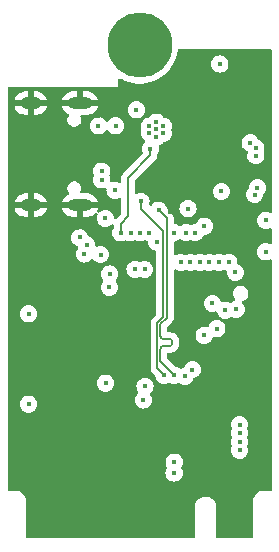
<source format=gbr>
%TF.GenerationSoftware,KiCad,Pcbnew,8.0.1*%
%TF.CreationDate,2024-04-18T13:31:19+02:00*%
%TF.ProjectId,ESP32S3_M.2_Board,45535033-3253-4335-9f4d-2e325f426f61,rev?*%
%TF.SameCoordinates,Original*%
%TF.FileFunction,Copper,L2,Inr*%
%TF.FilePolarity,Positive*%
%FSLAX46Y46*%
G04 Gerber Fmt 4.6, Leading zero omitted, Abs format (unit mm)*
G04 Created by KiCad (PCBNEW 8.0.1) date 2024-04-18 13:31:19*
%MOMM*%
%LPD*%
G01*
G04 APERTURE LIST*
%TA.AperFunction,ComponentPad*%
%ADD10C,5.500000*%
%TD*%
%TA.AperFunction,ComponentPad*%
%ADD11O,1.800000X1.000000*%
%TD*%
%TA.AperFunction,ComponentPad*%
%ADD12O,2.100000X1.000000*%
%TD*%
%TA.AperFunction,ViaPad*%
%ADD13C,0.450000*%
%TD*%
%TA.AperFunction,Conductor*%
%ADD14C,0.150000*%
%TD*%
G04 APERTURE END LIST*
D10*
%TO.N,unconnected-(J2-MP1-PadMOUNTING-HOLE)*%
%TO.C,J2*%
X228900000Y-91100000D03*
%TD*%
D11*
%TO.N,Earth*%
%TO.C,J1*%
X219685000Y-104620000D03*
D12*
X223865000Y-104620000D03*
D11*
X219685000Y-95980000D03*
D12*
X223865000Y-95980000D03*
%TD*%
D13*
%TO.N,VBUS*%
X230325000Y-98850000D03*
X230325000Y-97595997D03*
X225700000Y-101750000D03*
X225700000Y-102475000D03*
X230900000Y-98529003D03*
X226825000Y-103375000D03*
X239575000Y-108575000D03*
X226875000Y-97900000D03*
X230900000Y-97925000D03*
X230325000Y-98200000D03*
X229725000Y-98500000D03*
X225425000Y-97900000D03*
X229725000Y-97925000D03*
%TO.N,Earth*%
X222880000Y-129650000D03*
X235525000Y-95275000D03*
X239150000Y-113900000D03*
X218700000Y-97650000D03*
X224390000Y-129635000D03*
X232425000Y-124125000D03*
X230875000Y-95825000D03*
X218548439Y-106630888D03*
X218365000Y-121475000D03*
X231500000Y-105175000D03*
X238575000Y-93500000D03*
X218365000Y-118690000D03*
X225375000Y-97100000D03*
X227850000Y-100700000D03*
X236275000Y-118400000D03*
X232750000Y-103275000D03*
X239425000Y-122400000D03*
X218700000Y-102825000D03*
X233390000Y-129582500D03*
X219880000Y-129677500D03*
X236650000Y-129725000D03*
X225915000Y-129632500D03*
X239425000Y-125800000D03*
X231450000Y-115075000D03*
X228880000Y-129625000D03*
X220899569Y-111701651D03*
X218350000Y-113825000D03*
X223575000Y-106550000D03*
X238900000Y-98175000D03*
X235100000Y-129050000D03*
X229225000Y-103375000D03*
X224775000Y-94825000D03*
X233025000Y-93525000D03*
X218175000Y-94975000D03*
X226000000Y-120850000D03*
X231880000Y-129597500D03*
X221400000Y-110150000D03*
X235125000Y-118400000D03*
X225700000Y-96550000D03*
X236650000Y-129120997D03*
X239075000Y-116950000D03*
X232400000Y-121225000D03*
X221390000Y-129677500D03*
X230390000Y-129625000D03*
X239425000Y-127425000D03*
X223300000Y-109375000D03*
X225450000Y-103525000D03*
X227390000Y-129625000D03*
X235100000Y-128445997D03*
%TO.N,+3V3*%
X238875000Y-103150000D03*
X226000000Y-105750000D03*
X225600000Y-108800000D03*
X224225000Y-108750000D03*
X237375000Y-123200000D03*
X238650000Y-103725000D03*
X235825000Y-103450000D03*
X238750000Y-100425000D03*
X226025000Y-119700000D03*
X237375000Y-123925000D03*
X235700000Y-92675000D03*
X237375000Y-125375000D03*
X238750000Y-99775000D03*
X219500000Y-121475000D03*
X228625000Y-96550000D03*
X230340000Y-107735000D03*
X237375000Y-124650000D03*
X238275000Y-99350000D03*
%TO.N,/OSC_IN*%
X224425000Y-107975000D03*
%TO.N,/OSC_OUT*%
X223825000Y-107350000D03*
%TO.N,/OSC32_IN*%
X229225000Y-121125000D03*
%TO.N,/OSC32_OUT*%
X229365000Y-119960000D03*
%TO.N,VDD_SPI*%
X234375000Y-115650000D03*
%TO.N,/USB_D+*%
X230525000Y-105050000D03*
X231825000Y-119012800D03*
%TO.N,/USB_D-*%
X229025000Y-104300000D03*
X230987200Y-119012800D03*
%TO.N,/FLASH_QSPI_nH*%
X237077500Y-113447500D03*
X235440000Y-115085000D03*
%TO.N,/FLASH_QSPI_DO*%
X235065000Y-112935000D03*
X236165000Y-113510000D03*
%TO.N,+3V3_RF*%
X219500000Y-113825000D03*
%TO.N,/CHIP_PU*%
X233000000Y-104925000D03*
X226375000Y-110450000D03*
%TO.N,/CHIP_BOOT*%
X226350000Y-111575000D03*
X234400000Y-106400000D03*
%TO.N,/GPIO33*%
X235640000Y-109460000D03*
%TO.N,/GPIO18*%
X231840000Y-126385000D03*
%TO.N,/GPIO35*%
X234015000Y-109460000D03*
%TO.N,/GPIO21*%
X232737500Y-119112500D03*
%TO.N,/SPICLK_P*%
X236465000Y-109460000D03*
%TO.N,/MTCK*%
X232825000Y-106950000D03*
%TO.N,/GPIO37*%
X232390000Y-109460000D03*
%TO.N,/GPIO17*%
X231827500Y-127297500D03*
%TO.N,/MTDO*%
X231800000Y-106950000D03*
%TO.N,/GPIO34*%
X234815000Y-109460000D03*
%TO.N,/U0RXD*%
X228515000Y-110060000D03*
%TO.N,/U0TXD*%
X229340000Y-110060000D03*
%TO.N,/SPICS1*%
X233375000Y-118550000D03*
%TO.N,/MTDI*%
X229740000Y-106960000D03*
%TO.N,/GPIO36*%
X233215000Y-109460000D03*
%TO.N,/GPIO46*%
X229825000Y-99850000D03*
X227315000Y-106960000D03*
%TO.N,/SPICLK_N*%
X237015000Y-110310000D03*
%TO.N,/MTMS*%
X228940000Y-106960000D03*
%TO.N,/GPIO38*%
X233625000Y-106950000D03*
%TO.N,/GPIO45*%
X228140000Y-106960000D03*
%TO.N,Net-(U1-EN)*%
X239575000Y-105900000D03*
%TD*%
D14*
%TO.N,/USB_D+*%
X230525000Y-105050000D02*
X231220000Y-105745000D01*
X230670000Y-116788303D02*
X230670000Y-116908303D01*
X230670000Y-114689045D02*
X230670000Y-115708303D01*
X231220000Y-105745000D02*
X231220000Y-114139045D01*
X231430000Y-116548303D02*
X230910000Y-116548303D01*
X230670000Y-117857800D02*
X231825000Y-119012800D01*
X230670000Y-116908303D02*
X230670000Y-117075000D01*
X231670000Y-116188303D02*
X231670000Y-116308303D01*
X230910000Y-115948303D02*
X231430000Y-115948303D01*
X230670000Y-117075000D02*
X230670000Y-117857800D01*
X231220000Y-114139045D02*
X230670000Y-114689045D01*
X231670000Y-116308303D02*
G75*
G02*
X231430000Y-116548300I-240000J3D01*
G01*
X230910000Y-116548303D02*
G75*
G03*
X230670003Y-116788303I0J-239997D01*
G01*
X230670000Y-115708303D02*
G75*
G03*
X230910000Y-115948300I240000J3D01*
G01*
X231430000Y-115948303D02*
G75*
G02*
X231669997Y-116188303I0J-239997D01*
G01*
%TO.N,/USB_D-*%
X229025000Y-104950000D02*
X230895000Y-106820000D01*
X229025000Y-104300000D02*
X229025000Y-104950000D01*
X230406100Y-118431700D02*
X230987200Y-119012800D01*
X230895000Y-114090835D02*
X230406100Y-114579735D01*
X230895000Y-106820000D02*
X230895000Y-114090835D01*
X230406100Y-114579735D02*
X230406100Y-118431700D01*
%TO.N,/GPIO46*%
X227925000Y-102300000D02*
X227925000Y-105575000D01*
X227925000Y-105575000D02*
X227315000Y-106185000D01*
X229825000Y-100400000D02*
X227925000Y-102300000D01*
X227315000Y-106185000D02*
X227315000Y-106960000D01*
X229825000Y-99850000D02*
X229825000Y-100400000D01*
%TD*%
%TA.AperFunction,Conductor*%
%TO.N,Earth*%
G36*
X239909630Y-91402025D02*
G01*
X239942253Y-91407192D01*
X239979146Y-91419179D01*
X239999765Y-91429685D01*
X240031151Y-91452489D01*
X240047510Y-91468848D01*
X240070314Y-91500234D01*
X240080820Y-91520853D01*
X240092808Y-91557748D01*
X240097973Y-91590362D01*
X240099500Y-91609755D01*
X240099500Y-105148371D01*
X240079815Y-105215410D01*
X240027011Y-105261165D01*
X239957853Y-105271109D01*
X239909530Y-105253366D01*
X239891776Y-105242211D01*
X239737455Y-105188212D01*
X239575004Y-105169909D01*
X239574996Y-105169909D01*
X239412544Y-105188212D01*
X239258225Y-105242210D01*
X239119795Y-105329192D01*
X239004192Y-105444795D01*
X238917210Y-105583225D01*
X238863212Y-105737544D01*
X238844909Y-105899996D01*
X238844909Y-105900003D01*
X238863212Y-106062455D01*
X238917210Y-106216774D01*
X238986488Y-106327028D01*
X239004192Y-106355204D01*
X239119796Y-106470808D01*
X239258225Y-106557789D01*
X239412539Y-106611786D01*
X239412542Y-106611786D01*
X239412544Y-106611787D01*
X239574996Y-106630091D01*
X239575000Y-106630091D01*
X239575004Y-106630091D01*
X239737455Y-106611787D01*
X239737456Y-106611786D01*
X239737461Y-106611786D01*
X239891775Y-106557789D01*
X239904841Y-106549579D01*
X239909527Y-106546635D01*
X239976763Y-106527634D01*
X240043599Y-106548001D01*
X240088813Y-106601269D01*
X240099500Y-106651628D01*
X240099500Y-107823371D01*
X240079815Y-107890410D01*
X240027011Y-107936165D01*
X239957853Y-107946109D01*
X239909530Y-107928366D01*
X239891776Y-107917211D01*
X239737455Y-107863212D01*
X239575004Y-107844909D01*
X239574996Y-107844909D01*
X239412544Y-107863212D01*
X239258225Y-107917210D01*
X239119795Y-108004192D01*
X239004192Y-108119795D01*
X238917210Y-108258225D01*
X238863212Y-108412544D01*
X238844909Y-108574996D01*
X238844909Y-108575003D01*
X238863212Y-108737455D01*
X238917210Y-108891774D01*
X238917211Y-108891775D01*
X239004192Y-109030204D01*
X239119796Y-109145808D01*
X239258225Y-109232789D01*
X239412539Y-109286786D01*
X239412542Y-109286786D01*
X239412544Y-109286787D01*
X239574996Y-109305091D01*
X239575000Y-109305091D01*
X239575004Y-109305091D01*
X239737455Y-109286787D01*
X239737456Y-109286786D01*
X239737461Y-109286786D01*
X239891775Y-109232789D01*
X239904841Y-109224579D01*
X239909527Y-109221635D01*
X239976763Y-109202634D01*
X240043599Y-109223001D01*
X240088813Y-109276269D01*
X240099500Y-109326628D01*
X240099500Y-128675500D01*
X240079815Y-128742539D01*
X240027011Y-128788294D01*
X239975500Y-128799500D01*
X239271155Y-128799500D01*
X239116510Y-128830261D01*
X239116498Y-128830264D01*
X238970827Y-128890602D01*
X238970814Y-128890609D01*
X238839711Y-128978210D01*
X238839707Y-128978213D01*
X238728213Y-129089707D01*
X238728210Y-129089711D01*
X238640609Y-129220814D01*
X238640602Y-129220827D01*
X238580264Y-129366498D01*
X238580261Y-129366510D01*
X238549500Y-129521153D01*
X238549500Y-132675500D01*
X238529815Y-132742539D01*
X238477011Y-132788294D01*
X238425500Y-132799500D01*
X235524500Y-132799500D01*
X235457461Y-132779815D01*
X235411706Y-132727011D01*
X235400500Y-132675500D01*
X235400500Y-130111306D01*
X235400499Y-130111304D01*
X235365896Y-129937341D01*
X235365893Y-129937332D01*
X235298016Y-129773459D01*
X235298009Y-129773446D01*
X235199464Y-129625965D01*
X235199461Y-129625961D01*
X235074038Y-129500538D01*
X235074034Y-129500535D01*
X234926553Y-129401990D01*
X234926540Y-129401983D01*
X234762667Y-129334106D01*
X234762658Y-129334103D01*
X234588694Y-129299500D01*
X234588691Y-129299500D01*
X234547595Y-129299500D01*
X234500000Y-129299500D01*
X234411309Y-129299500D01*
X234411306Y-129299500D01*
X234237341Y-129334103D01*
X234237332Y-129334106D01*
X234073459Y-129401983D01*
X234073446Y-129401990D01*
X233925965Y-129500535D01*
X233925961Y-129500538D01*
X233800538Y-129625961D01*
X233800535Y-129625965D01*
X233701990Y-129773446D01*
X233701983Y-129773459D01*
X233634106Y-129937332D01*
X233634103Y-129937341D01*
X233599500Y-130111304D01*
X233599500Y-132675500D01*
X233579815Y-132742539D01*
X233527011Y-132788294D01*
X233475500Y-132799500D01*
X219374500Y-132799500D01*
X219307461Y-132779815D01*
X219261706Y-132727011D01*
X219250500Y-132675500D01*
X219250500Y-129521155D01*
X219250499Y-129521153D01*
X219246398Y-129500535D01*
X219219737Y-129366503D01*
X219174026Y-129256146D01*
X219159397Y-129220827D01*
X219159390Y-129220814D01*
X219071789Y-129089711D01*
X219071786Y-129089707D01*
X218960292Y-128978213D01*
X218960288Y-128978210D01*
X218829185Y-128890609D01*
X218829172Y-128890602D01*
X218683501Y-128830264D01*
X218683489Y-128830261D01*
X218528845Y-128799500D01*
X218528842Y-128799500D01*
X218489562Y-128799500D01*
X217849500Y-128799500D01*
X217782461Y-128779815D01*
X217736706Y-128727011D01*
X217725500Y-128675500D01*
X217725500Y-127297503D01*
X231097409Y-127297503D01*
X231115712Y-127459955D01*
X231169710Y-127614274D01*
X231169711Y-127614275D01*
X231256692Y-127752704D01*
X231372296Y-127868308D01*
X231510725Y-127955289D01*
X231665039Y-128009286D01*
X231665042Y-128009286D01*
X231665044Y-128009287D01*
X231827496Y-128027591D01*
X231827500Y-128027591D01*
X231827504Y-128027591D01*
X231989955Y-128009287D01*
X231989956Y-128009286D01*
X231989961Y-128009286D01*
X232144275Y-127955289D01*
X232282704Y-127868308D01*
X232398308Y-127752704D01*
X232485289Y-127614275D01*
X232539286Y-127459961D01*
X232557591Y-127297500D01*
X232539286Y-127135039D01*
X232485289Y-126980725D01*
X232485289Y-126980724D01*
X232445354Y-126917168D01*
X232426354Y-126849931D01*
X232445355Y-126785223D01*
X232457853Y-126765332D01*
X232497789Y-126701775D01*
X232551786Y-126547461D01*
X232570091Y-126385000D01*
X232551786Y-126222539D01*
X232497789Y-126068225D01*
X232410808Y-125929796D01*
X232295204Y-125814192D01*
X232156774Y-125727210D01*
X232002455Y-125673212D01*
X231840004Y-125654909D01*
X231839996Y-125654909D01*
X231677544Y-125673212D01*
X231523225Y-125727210D01*
X231384795Y-125814192D01*
X231269192Y-125929795D01*
X231182210Y-126068225D01*
X231128212Y-126222544D01*
X231109909Y-126384996D01*
X231109909Y-126385003D01*
X231128212Y-126547455D01*
X231182211Y-126701777D01*
X231222145Y-126765332D01*
X231241145Y-126832569D01*
X231222145Y-126897274D01*
X231169711Y-126980722D01*
X231115712Y-127135044D01*
X231097409Y-127297496D01*
X231097409Y-127297503D01*
X217725500Y-127297503D01*
X217725500Y-125375003D01*
X236644909Y-125375003D01*
X236663212Y-125537455D01*
X236717210Y-125691774D01*
X236717211Y-125691775D01*
X236804192Y-125830204D01*
X236919796Y-125945808D01*
X237058225Y-126032789D01*
X237212539Y-126086786D01*
X237212542Y-126086786D01*
X237212544Y-126086787D01*
X237374996Y-126105091D01*
X237375000Y-126105091D01*
X237375004Y-126105091D01*
X237537455Y-126086787D01*
X237537456Y-126086786D01*
X237537461Y-126086786D01*
X237691775Y-126032789D01*
X237830204Y-125945808D01*
X237945808Y-125830204D01*
X238032789Y-125691775D01*
X238086786Y-125537461D01*
X238105091Y-125375000D01*
X238086787Y-125212544D01*
X238086787Y-125212542D01*
X238086786Y-125212539D01*
X238032789Y-125058225D01*
X238032787Y-125058221D01*
X238031119Y-125053455D01*
X238027556Y-124983676D01*
X238031119Y-124971545D01*
X238032787Y-124966778D01*
X238032789Y-124966775D01*
X238086786Y-124812461D01*
X238086786Y-124812459D01*
X238086787Y-124812457D01*
X238105091Y-124650003D01*
X238105091Y-124649996D01*
X238086787Y-124487542D01*
X238086786Y-124487539D01*
X238032789Y-124333225D01*
X238032787Y-124333221D01*
X238031119Y-124328455D01*
X238027556Y-124258676D01*
X238031119Y-124246545D01*
X238032787Y-124241778D01*
X238032789Y-124241775D01*
X238086786Y-124087461D01*
X238086786Y-124087459D01*
X238086787Y-124087457D01*
X238105091Y-123925003D01*
X238105091Y-123924996D01*
X238086787Y-123762542D01*
X238086786Y-123762539D01*
X238032789Y-123608225D01*
X238032787Y-123608221D01*
X238031119Y-123603455D01*
X238027556Y-123533676D01*
X238031119Y-123521545D01*
X238032787Y-123516778D01*
X238032789Y-123516775D01*
X238086786Y-123362461D01*
X238086786Y-123362459D01*
X238086787Y-123362457D01*
X238105091Y-123200003D01*
X238105091Y-123199996D01*
X238086787Y-123037544D01*
X238086786Y-123037542D01*
X238086786Y-123037539D01*
X238032789Y-122883225D01*
X237945808Y-122744796D01*
X237830204Y-122629192D01*
X237691774Y-122542210D01*
X237537455Y-122488212D01*
X237375004Y-122469909D01*
X237374996Y-122469909D01*
X237212544Y-122488212D01*
X237058225Y-122542210D01*
X236919795Y-122629192D01*
X236804192Y-122744795D01*
X236717210Y-122883225D01*
X236663212Y-123037544D01*
X236644909Y-123199996D01*
X236644909Y-123200003D01*
X236663212Y-123362455D01*
X236718880Y-123521546D01*
X236722441Y-123591325D01*
X236718880Y-123603454D01*
X236663212Y-123762544D01*
X236644909Y-123924996D01*
X236644909Y-123925003D01*
X236663212Y-124087455D01*
X236718880Y-124246546D01*
X236722441Y-124316325D01*
X236718880Y-124328454D01*
X236663212Y-124487544D01*
X236644909Y-124649996D01*
X236644909Y-124650003D01*
X236663212Y-124812455D01*
X236718880Y-124971546D01*
X236722441Y-125041325D01*
X236718880Y-125053454D01*
X236663212Y-125212544D01*
X236644909Y-125374996D01*
X236644909Y-125375003D01*
X217725500Y-125375003D01*
X217725500Y-121475003D01*
X218769909Y-121475003D01*
X218788212Y-121637455D01*
X218842210Y-121791774D01*
X218842211Y-121791775D01*
X218929192Y-121930204D01*
X219044796Y-122045808D01*
X219183225Y-122132789D01*
X219337539Y-122186786D01*
X219337542Y-122186786D01*
X219337544Y-122186787D01*
X219499996Y-122205091D01*
X219500000Y-122205091D01*
X219500004Y-122205091D01*
X219662455Y-122186787D01*
X219662456Y-122186786D01*
X219662461Y-122186786D01*
X219816775Y-122132789D01*
X219955204Y-122045808D01*
X220070808Y-121930204D01*
X220157789Y-121791775D01*
X220211786Y-121637461D01*
X220211787Y-121637455D01*
X220230091Y-121475003D01*
X220230091Y-121474996D01*
X220211787Y-121312544D01*
X220211786Y-121312542D01*
X220211786Y-121312539D01*
X220157789Y-121158225D01*
X220136914Y-121125003D01*
X228494909Y-121125003D01*
X228513212Y-121287455D01*
X228567210Y-121441774D01*
X228654192Y-121580204D01*
X228769796Y-121695808D01*
X228908225Y-121782789D01*
X229062539Y-121836786D01*
X229062542Y-121836786D01*
X229062544Y-121836787D01*
X229224996Y-121855091D01*
X229225000Y-121855091D01*
X229225004Y-121855091D01*
X229387455Y-121836787D01*
X229387456Y-121836786D01*
X229387461Y-121836786D01*
X229541775Y-121782789D01*
X229680204Y-121695808D01*
X229795808Y-121580204D01*
X229882789Y-121441775D01*
X229936786Y-121287461D01*
X229936787Y-121287455D01*
X229955091Y-121125003D01*
X229955091Y-121124996D01*
X229936787Y-120962544D01*
X229936786Y-120962542D01*
X229936786Y-120962539D01*
X229882789Y-120808225D01*
X229804199Y-120683150D01*
X229785199Y-120615916D01*
X229805566Y-120549081D01*
X229821503Y-120529508D01*
X229935808Y-120415204D01*
X230022789Y-120276775D01*
X230076786Y-120122461D01*
X230095091Y-119960000D01*
X230084100Y-119862455D01*
X230076787Y-119797544D01*
X230076786Y-119797542D01*
X230076786Y-119797539D01*
X230022789Y-119643225D01*
X229935808Y-119504796D01*
X229820204Y-119389192D01*
X229750080Y-119345130D01*
X229681774Y-119302210D01*
X229527455Y-119248212D01*
X229365004Y-119229909D01*
X229364996Y-119229909D01*
X229202544Y-119248212D01*
X229048225Y-119302210D01*
X228909795Y-119389192D01*
X228794192Y-119504795D01*
X228707210Y-119643225D01*
X228653212Y-119797544D01*
X228634909Y-119959996D01*
X228634909Y-119960003D01*
X228653212Y-120122455D01*
X228707211Y-120276776D01*
X228785799Y-120401846D01*
X228804800Y-120469083D01*
X228784433Y-120535918D01*
X228768488Y-120555500D01*
X228654191Y-120669797D01*
X228567210Y-120808225D01*
X228513212Y-120962544D01*
X228494909Y-121124996D01*
X228494909Y-121125003D01*
X220136914Y-121125003D01*
X220070808Y-121019796D01*
X219955204Y-120904192D01*
X219816774Y-120817210D01*
X219662455Y-120763212D01*
X219500004Y-120744909D01*
X219499996Y-120744909D01*
X219337544Y-120763212D01*
X219183225Y-120817210D01*
X219044795Y-120904192D01*
X218929192Y-121019795D01*
X218842210Y-121158225D01*
X218788212Y-121312544D01*
X218769909Y-121474996D01*
X218769909Y-121475003D01*
X217725500Y-121475003D01*
X217725500Y-119700003D01*
X225294909Y-119700003D01*
X225313212Y-119862455D01*
X225367210Y-120016774D01*
X225367211Y-120016775D01*
X225454192Y-120155204D01*
X225569796Y-120270808D01*
X225708225Y-120357789D01*
X225862539Y-120411786D01*
X225862542Y-120411786D01*
X225862544Y-120411787D01*
X226024996Y-120430091D01*
X226025000Y-120430091D01*
X226025004Y-120430091D01*
X226187455Y-120411787D01*
X226187456Y-120411786D01*
X226187461Y-120411786D01*
X226341775Y-120357789D01*
X226480204Y-120270808D01*
X226595808Y-120155204D01*
X226682789Y-120016775D01*
X226736786Y-119862461D01*
X226739025Y-119842591D01*
X226755091Y-119700003D01*
X226755091Y-119699996D01*
X226736787Y-119537544D01*
X226736786Y-119537542D01*
X226736786Y-119537539D01*
X226682789Y-119383225D01*
X226595808Y-119244796D01*
X226480204Y-119129192D01*
X226445249Y-119107228D01*
X226341774Y-119042210D01*
X226187455Y-118988212D01*
X226025004Y-118969909D01*
X226024996Y-118969909D01*
X225862544Y-118988212D01*
X225708225Y-119042210D01*
X225569795Y-119129192D01*
X225454192Y-119244795D01*
X225367210Y-119383225D01*
X225313212Y-119537544D01*
X225294909Y-119699996D01*
X225294909Y-119700003D01*
X217725500Y-119700003D01*
X217725500Y-113825003D01*
X218769909Y-113825003D01*
X218788212Y-113987455D01*
X218842210Y-114141774D01*
X218888102Y-114214810D01*
X218929192Y-114280204D01*
X219044796Y-114395808D01*
X219183225Y-114482789D01*
X219337539Y-114536786D01*
X219337542Y-114536786D01*
X219337544Y-114536787D01*
X219499996Y-114555091D01*
X219500000Y-114555091D01*
X219500004Y-114555091D01*
X219662455Y-114536787D01*
X219662456Y-114536786D01*
X219662461Y-114536786D01*
X219816775Y-114482789D01*
X219955204Y-114395808D01*
X220070808Y-114280204D01*
X220157789Y-114141775D01*
X220211786Y-113987461D01*
X220221336Y-113902704D01*
X220230091Y-113825003D01*
X220230091Y-113824996D01*
X220211787Y-113662544D01*
X220211786Y-113662542D01*
X220211786Y-113662539D01*
X220157789Y-113508225D01*
X220070808Y-113369796D01*
X219955204Y-113254192D01*
X219951356Y-113251774D01*
X219816774Y-113167210D01*
X219662455Y-113113212D01*
X219500004Y-113094909D01*
X219499996Y-113094909D01*
X219337544Y-113113212D01*
X219183225Y-113167210D01*
X219044795Y-113254192D01*
X218929192Y-113369795D01*
X218842210Y-113508225D01*
X218788212Y-113662544D01*
X218769909Y-113824996D01*
X218769909Y-113825003D01*
X217725500Y-113825003D01*
X217725500Y-111575003D01*
X225619909Y-111575003D01*
X225638212Y-111737455D01*
X225692210Y-111891774D01*
X225779192Y-112030204D01*
X225894796Y-112145808D01*
X226033225Y-112232789D01*
X226187539Y-112286786D01*
X226187542Y-112286786D01*
X226187544Y-112286787D01*
X226349996Y-112305091D01*
X226350000Y-112305091D01*
X226350004Y-112305091D01*
X226512455Y-112286787D01*
X226512456Y-112286786D01*
X226512461Y-112286786D01*
X226666775Y-112232789D01*
X226805204Y-112145808D01*
X226920808Y-112030204D01*
X227007789Y-111891775D01*
X227061786Y-111737461D01*
X227080091Y-111575000D01*
X227079608Y-111570717D01*
X227061787Y-111412544D01*
X227061786Y-111412542D01*
X227061786Y-111412539D01*
X227007789Y-111258225D01*
X226920808Y-111119796D01*
X226913693Y-111112681D01*
X226880208Y-111051358D01*
X226885192Y-110981666D01*
X226913693Y-110937319D01*
X226945808Y-110905204D01*
X227032789Y-110766775D01*
X227086786Y-110612461D01*
X227086787Y-110612455D01*
X227105091Y-110450003D01*
X227105091Y-110449996D01*
X227086787Y-110287544D01*
X227086786Y-110287542D01*
X227086786Y-110287539D01*
X227032789Y-110133225D01*
X226986780Y-110060003D01*
X227784909Y-110060003D01*
X227803212Y-110222455D01*
X227857210Y-110376774D01*
X227857211Y-110376775D01*
X227944192Y-110515204D01*
X228059796Y-110630808D01*
X228198225Y-110717789D01*
X228352539Y-110771786D01*
X228352542Y-110771786D01*
X228352544Y-110771787D01*
X228514996Y-110790091D01*
X228515000Y-110790091D01*
X228515004Y-110790091D01*
X228677457Y-110771787D01*
X228677459Y-110771786D01*
X228677461Y-110771786D01*
X228831775Y-110717789D01*
X228861527Y-110699093D01*
X228928764Y-110680093D01*
X228993472Y-110699093D01*
X229023225Y-110717789D01*
X229177539Y-110771786D01*
X229177542Y-110771787D01*
X229339996Y-110790091D01*
X229340000Y-110790091D01*
X229340004Y-110790091D01*
X229502455Y-110771787D01*
X229502456Y-110771786D01*
X229502461Y-110771786D01*
X229656775Y-110717789D01*
X229795204Y-110630808D01*
X229910808Y-110515204D01*
X229997789Y-110376775D01*
X230051786Y-110222461D01*
X230051787Y-110222455D01*
X230070091Y-110060003D01*
X230070091Y-110059996D01*
X230051787Y-109897544D01*
X230051786Y-109897542D01*
X230051786Y-109897539D01*
X229997789Y-109743225D01*
X229910808Y-109604796D01*
X229795204Y-109489192D01*
X229752500Y-109462359D01*
X229656774Y-109402210D01*
X229502455Y-109348212D01*
X229340004Y-109329909D01*
X229339996Y-109329909D01*
X229177544Y-109348212D01*
X229023223Y-109402211D01*
X228993470Y-109420906D01*
X228926233Y-109439905D01*
X228861530Y-109420906D01*
X228831776Y-109402211D01*
X228677455Y-109348212D01*
X228515004Y-109329909D01*
X228514996Y-109329909D01*
X228352544Y-109348212D01*
X228198225Y-109402210D01*
X228059795Y-109489192D01*
X227944192Y-109604795D01*
X227857210Y-109743225D01*
X227803212Y-109897544D01*
X227784909Y-110059996D01*
X227784909Y-110060003D01*
X226986780Y-110060003D01*
X226945808Y-109994796D01*
X226830204Y-109879192D01*
X226791377Y-109854795D01*
X226691774Y-109792210D01*
X226557939Y-109745379D01*
X226537461Y-109738214D01*
X226537460Y-109738213D01*
X226537455Y-109738212D01*
X226375004Y-109719909D01*
X226374996Y-109719909D01*
X226212544Y-109738212D01*
X226058225Y-109792210D01*
X225919795Y-109879192D01*
X225804192Y-109994795D01*
X225717210Y-110133225D01*
X225663212Y-110287544D01*
X225644909Y-110449996D01*
X225644909Y-110450003D01*
X225663212Y-110612455D01*
X225717210Y-110766774D01*
X225804192Y-110905204D01*
X225811307Y-110912319D01*
X225844792Y-110973642D01*
X225839808Y-111043334D01*
X225811307Y-111087681D01*
X225779192Y-111119795D01*
X225692210Y-111258225D01*
X225638212Y-111412544D01*
X225619909Y-111574996D01*
X225619909Y-111575003D01*
X217725500Y-111575003D01*
X217725500Y-107350003D01*
X223094909Y-107350003D01*
X223113212Y-107512455D01*
X223113213Y-107512460D01*
X223113214Y-107512461D01*
X223119634Y-107530807D01*
X223167210Y-107666774D01*
X223210080Y-107735000D01*
X223254192Y-107805204D01*
X223369796Y-107920808D01*
X223508225Y-108007789D01*
X223634153Y-108051853D01*
X223690929Y-108092575D01*
X223709399Y-108131414D01*
X223710913Y-108130885D01*
X223712963Y-108136743D01*
X223713086Y-108139169D01*
X223714080Y-108141258D01*
X223714754Y-108144206D01*
X223713360Y-108144524D01*
X223716527Y-108206522D01*
X223683606Y-108265381D01*
X223654192Y-108294794D01*
X223567210Y-108433225D01*
X223513212Y-108587544D01*
X223494909Y-108749996D01*
X223494909Y-108750003D01*
X223513212Y-108912455D01*
X223567210Y-109066774D01*
X223646235Y-109192540D01*
X223654192Y-109205204D01*
X223769796Y-109320808D01*
X223908225Y-109407789D01*
X224062539Y-109461786D01*
X224062542Y-109461786D01*
X224062544Y-109461787D01*
X224224996Y-109480091D01*
X224225000Y-109480091D01*
X224225004Y-109480091D01*
X224387455Y-109461787D01*
X224387456Y-109461786D01*
X224387461Y-109461786D01*
X224541775Y-109407789D01*
X224680204Y-109320808D01*
X224795808Y-109205204D01*
X224795815Y-109205192D01*
X224799806Y-109200189D01*
X224856994Y-109160048D01*
X224926805Y-109157196D01*
X224987076Y-109192540D01*
X225001746Y-109211524D01*
X225029192Y-109255204D01*
X225144796Y-109370808D01*
X225283225Y-109457789D01*
X225437539Y-109511786D01*
X225437542Y-109511786D01*
X225437544Y-109511787D01*
X225599996Y-109530091D01*
X225600000Y-109530091D01*
X225600004Y-109530091D01*
X225762455Y-109511787D01*
X225762456Y-109511786D01*
X225762461Y-109511786D01*
X225916775Y-109457789D01*
X226055204Y-109370808D01*
X226170808Y-109255204D01*
X226257789Y-109116775D01*
X226311786Y-108962461D01*
X226317420Y-108912461D01*
X226330091Y-108800003D01*
X226330091Y-108799996D01*
X226311787Y-108637544D01*
X226311786Y-108637542D01*
X226311786Y-108637539D01*
X226257789Y-108483225D01*
X226170808Y-108344796D01*
X226055204Y-108229192D01*
X225993155Y-108190204D01*
X225916774Y-108142210D01*
X225762455Y-108088212D01*
X225600004Y-108069909D01*
X225599996Y-108069909D01*
X225437544Y-108088212D01*
X225316488Y-108130571D01*
X225246709Y-108134132D01*
X225186082Y-108099403D01*
X225153855Y-108037409D01*
X225152314Y-107999644D01*
X225155091Y-107975000D01*
X225155091Y-107974996D01*
X225136787Y-107812544D01*
X225136786Y-107812542D01*
X225136786Y-107812539D01*
X225082789Y-107658225D01*
X224995808Y-107519796D01*
X224880204Y-107404192D01*
X224793963Y-107350003D01*
X224741774Y-107317210D01*
X224677463Y-107294707D01*
X224615844Y-107273145D01*
X224559070Y-107232425D01*
X224540611Y-107193578D01*
X224539087Y-107194112D01*
X224482790Y-107033227D01*
X224482789Y-107033225D01*
X224395808Y-106894796D01*
X224280204Y-106779192D01*
X224141774Y-106692210D01*
X224007939Y-106645379D01*
X223987461Y-106638214D01*
X223987460Y-106638213D01*
X223987455Y-106638212D01*
X223825004Y-106619909D01*
X223824996Y-106619909D01*
X223662544Y-106638212D01*
X223508225Y-106692210D01*
X223369795Y-106779192D01*
X223254192Y-106894795D01*
X223167210Y-107033225D01*
X223113212Y-107187544D01*
X223094909Y-107349996D01*
X223094909Y-107350003D01*
X217725500Y-107350003D01*
X217725500Y-104870000D01*
X218315138Y-104870000D01*
X218323430Y-104911690D01*
X218323430Y-104911692D01*
X218398807Y-105093671D01*
X218398814Y-105093684D01*
X218508248Y-105257462D01*
X218508251Y-105257466D01*
X218647533Y-105396748D01*
X218647537Y-105396751D01*
X218811315Y-105506185D01*
X218811328Y-105506192D01*
X218993306Y-105581569D01*
X218993318Y-105581572D01*
X219186504Y-105619999D01*
X219186508Y-105620000D01*
X219435000Y-105620000D01*
X219435000Y-104920000D01*
X219935000Y-104920000D01*
X219935000Y-105620000D01*
X220183492Y-105620000D01*
X220183495Y-105619999D01*
X220376681Y-105581572D01*
X220376693Y-105581569D01*
X220558671Y-105506192D01*
X220558684Y-105506185D01*
X220722462Y-105396751D01*
X220722466Y-105396748D01*
X220861748Y-105257466D01*
X220861751Y-105257462D01*
X220971185Y-105093684D01*
X220971192Y-105093671D01*
X221046569Y-104911692D01*
X221046569Y-104911690D01*
X221054862Y-104870000D01*
X222345138Y-104870000D01*
X222353430Y-104911690D01*
X222353430Y-104911692D01*
X222428807Y-105093671D01*
X222428814Y-105093684D01*
X222538248Y-105257462D01*
X222538251Y-105257466D01*
X222677533Y-105396748D01*
X222677537Y-105396751D01*
X222841315Y-105506185D01*
X222841328Y-105506192D01*
X223023306Y-105581569D01*
X223023318Y-105581572D01*
X223216504Y-105619999D01*
X223216508Y-105620000D01*
X223615000Y-105620000D01*
X223615000Y-104920000D01*
X224115000Y-104920000D01*
X224115000Y-105620000D01*
X224513492Y-105620000D01*
X224513495Y-105619999D01*
X224706681Y-105581572D01*
X224706693Y-105581569D01*
X224888671Y-105506192D01*
X224888684Y-105506185D01*
X225052461Y-105396752D01*
X225133645Y-105315568D01*
X225194968Y-105282083D01*
X225264660Y-105287067D01*
X225320594Y-105328938D01*
X225345011Y-105394402D01*
X225338369Y-105444203D01*
X225288212Y-105587544D01*
X225269909Y-105749996D01*
X225269909Y-105750003D01*
X225288212Y-105912455D01*
X225342210Y-106066774D01*
X225422783Y-106195004D01*
X225429192Y-106205204D01*
X225544796Y-106320808D01*
X225683225Y-106407789D01*
X225837539Y-106461786D01*
X225837542Y-106461786D01*
X225837544Y-106461787D01*
X225999996Y-106480091D01*
X226000000Y-106480091D01*
X226000004Y-106480091D01*
X226162455Y-106461787D01*
X226162456Y-106461786D01*
X226162461Y-106461786D01*
X226316775Y-106407789D01*
X226455204Y-106320808D01*
X226527819Y-106248193D01*
X226589142Y-106214708D01*
X226658834Y-106219692D01*
X226714767Y-106261564D01*
X226739184Y-106327028D01*
X226739500Y-106335874D01*
X226739500Y-106476538D01*
X226720494Y-106542510D01*
X226657210Y-106643225D01*
X226603212Y-106797544D01*
X226584909Y-106959996D01*
X226584909Y-106960003D01*
X226603212Y-107122455D01*
X226657210Y-107276774D01*
X226703219Y-107349996D01*
X226744192Y-107415204D01*
X226859796Y-107530808D01*
X226998225Y-107617789D01*
X227152539Y-107671786D01*
X227152542Y-107671786D01*
X227152544Y-107671787D01*
X227314996Y-107690091D01*
X227315000Y-107690091D01*
X227315004Y-107690091D01*
X227477457Y-107671787D01*
X227477459Y-107671786D01*
X227477461Y-107671786D01*
X227631775Y-107617789D01*
X227661527Y-107599093D01*
X227728764Y-107580093D01*
X227793472Y-107599093D01*
X227823225Y-107617789D01*
X227967265Y-107668191D01*
X227977542Y-107671787D01*
X228139996Y-107690091D01*
X228140000Y-107690091D01*
X228140004Y-107690091D01*
X228302455Y-107671787D01*
X228302456Y-107671786D01*
X228302461Y-107671786D01*
X228456775Y-107617789D01*
X228474027Y-107606948D01*
X228541263Y-107587948D01*
X228605972Y-107606948D01*
X228623225Y-107617789D01*
X228777539Y-107671786D01*
X228777542Y-107671786D01*
X228777544Y-107671787D01*
X228939996Y-107690091D01*
X228940000Y-107690091D01*
X228940004Y-107690091D01*
X229102455Y-107671787D01*
X229102456Y-107671786D01*
X229102461Y-107671786D01*
X229256775Y-107617789D01*
X229274027Y-107606948D01*
X229341263Y-107587948D01*
X229405972Y-107606948D01*
X229423225Y-107617789D01*
X229530280Y-107655249D01*
X229587056Y-107695971D01*
X229612546Y-107758408D01*
X229628212Y-107897455D01*
X229628213Y-107897460D01*
X229628214Y-107897461D01*
X229635125Y-107917211D01*
X229682210Y-108051774D01*
X229735600Y-108136743D01*
X229769192Y-108190204D01*
X229884796Y-108305808D01*
X230023225Y-108392789D01*
X230177539Y-108446786D01*
X230209384Y-108450374D01*
X230273796Y-108477439D01*
X230313352Y-108535033D01*
X230319500Y-108573594D01*
X230319500Y-113801093D01*
X230299815Y-113868132D01*
X230283181Y-113888774D01*
X229945587Y-114226367D01*
X229945585Y-114226370D01*
X229869819Y-114357598D01*
X229830600Y-114503969D01*
X229830600Y-118507465D01*
X229869819Y-118653836D01*
X229903663Y-118712455D01*
X229945585Y-118785065D01*
X229945587Y-118785067D01*
X230237067Y-119076547D01*
X230270552Y-119137870D01*
X230272605Y-119150340D01*
X230275414Y-119175261D01*
X230294308Y-119229257D01*
X230329410Y-119329574D01*
X230366871Y-119389192D01*
X230416392Y-119468004D01*
X230531996Y-119583608D01*
X230670425Y-119670589D01*
X230824739Y-119724586D01*
X230824742Y-119724586D01*
X230824744Y-119724587D01*
X230987196Y-119742891D01*
X230987200Y-119742891D01*
X230987204Y-119742891D01*
X231149657Y-119724587D01*
X231149659Y-119724586D01*
X231149661Y-119724586D01*
X231303975Y-119670589D01*
X231340127Y-119647872D01*
X231407363Y-119628872D01*
X231472072Y-119647872D01*
X231508225Y-119670589D01*
X231662542Y-119724587D01*
X231824996Y-119742891D01*
X231825000Y-119742891D01*
X231825004Y-119742891D01*
X231987457Y-119724587D01*
X231987459Y-119724586D01*
X231987461Y-119724586D01*
X232141775Y-119670589D01*
X232141784Y-119670582D01*
X232148052Y-119667566D01*
X232149291Y-119670139D01*
X232204154Y-119654619D01*
X232270995Y-119674968D01*
X232280235Y-119681664D01*
X232282292Y-119683304D01*
X232282296Y-119683308D01*
X232420725Y-119770289D01*
X232575039Y-119824286D01*
X232575042Y-119824286D01*
X232575044Y-119824287D01*
X232737496Y-119842591D01*
X232737500Y-119842591D01*
X232737504Y-119842591D01*
X232899955Y-119824287D01*
X232899956Y-119824286D01*
X232899961Y-119824286D01*
X233054275Y-119770289D01*
X233192704Y-119683308D01*
X233308308Y-119567704D01*
X233395289Y-119429275D01*
X233424733Y-119345128D01*
X233465453Y-119288354D01*
X233527896Y-119262863D01*
X233537461Y-119261786D01*
X233537463Y-119261785D01*
X233537468Y-119261784D01*
X233691772Y-119207790D01*
X233691771Y-119207790D01*
X233691775Y-119207789D01*
X233830204Y-119120808D01*
X233945808Y-119005204D01*
X234032789Y-118866775D01*
X234086786Y-118712461D01*
X234086787Y-118712455D01*
X234105091Y-118550003D01*
X234105091Y-118549996D01*
X234086787Y-118387544D01*
X234086786Y-118387542D01*
X234086786Y-118387539D01*
X234032789Y-118233225D01*
X233945808Y-118094796D01*
X233830204Y-117979192D01*
X233691774Y-117892210D01*
X233537455Y-117838212D01*
X233375004Y-117819909D01*
X233374996Y-117819909D01*
X233212544Y-117838212D01*
X233058225Y-117892210D01*
X232919795Y-117979192D01*
X232804192Y-118094795D01*
X232717209Y-118233227D01*
X232687766Y-118317370D01*
X232647044Y-118374146D01*
X232584616Y-118399634D01*
X232575044Y-118400713D01*
X232575041Y-118400713D01*
X232420719Y-118454712D01*
X232414452Y-118457731D01*
X232413221Y-118455175D01*
X232358241Y-118470679D01*
X232291417Y-118450274D01*
X232282266Y-118443636D01*
X232280207Y-118441994D01*
X232141774Y-118355010D01*
X232041457Y-118319908D01*
X231987461Y-118301014D01*
X231962540Y-118298205D01*
X231898128Y-118271137D01*
X231888747Y-118262667D01*
X231281819Y-117655739D01*
X231248334Y-117594416D01*
X231245500Y-117568058D01*
X231245500Y-117247803D01*
X231265185Y-117180764D01*
X231317989Y-117135009D01*
X231369500Y-117123803D01*
X231510290Y-117123803D01*
X231510314Y-117123800D01*
X231510319Y-117123800D01*
X231588564Y-117108235D01*
X231667863Y-117092463D01*
X231667866Y-117092461D01*
X231667871Y-117092461D01*
X231816281Y-117030988D01*
X231949848Y-116941743D01*
X232063437Y-116828155D01*
X232152684Y-116694590D01*
X232214159Y-116546181D01*
X232245499Y-116388629D01*
X232245500Y-116388621D01*
X232245500Y-116278890D01*
X232245501Y-116238432D01*
X232245500Y-116238427D01*
X232245500Y-116112537D01*
X232245500Y-116108009D01*
X232245498Y-116107996D01*
X232245497Y-116107995D01*
X232245498Y-116107990D01*
X232214160Y-115950436D01*
X232152688Y-115802023D01*
X232063442Y-115668455D01*
X232044990Y-115650003D01*
X233644909Y-115650003D01*
X233663212Y-115812455D01*
X233717210Y-115966774D01*
X233717211Y-115966775D01*
X233804192Y-116105204D01*
X233919796Y-116220808D01*
X234058225Y-116307789D01*
X234212539Y-116361786D01*
X234212542Y-116361786D01*
X234212544Y-116361787D01*
X234374996Y-116380091D01*
X234375000Y-116380091D01*
X234375004Y-116380091D01*
X234537455Y-116361787D01*
X234537456Y-116361786D01*
X234537461Y-116361786D01*
X234691775Y-116307789D01*
X234830204Y-116220808D01*
X234945808Y-116105204D01*
X235032789Y-115966775D01*
X235071526Y-115856070D01*
X235112248Y-115799295D01*
X235177200Y-115773547D01*
X235229520Y-115779983D01*
X235277539Y-115796786D01*
X235277543Y-115796786D01*
X235277545Y-115796787D01*
X235277542Y-115796787D01*
X235439996Y-115815091D01*
X235440000Y-115815091D01*
X235440004Y-115815091D01*
X235602455Y-115796787D01*
X235602456Y-115796786D01*
X235602461Y-115796786D01*
X235756775Y-115742789D01*
X235895204Y-115655808D01*
X236010808Y-115540204D01*
X236097789Y-115401775D01*
X236151786Y-115247461D01*
X236170091Y-115085000D01*
X236161526Y-115008986D01*
X236151787Y-114922544D01*
X236151786Y-114922542D01*
X236151786Y-114922539D01*
X236097789Y-114768225D01*
X236010808Y-114629796D01*
X235895204Y-114514192D01*
X235845222Y-114482786D01*
X235756774Y-114427210D01*
X235602455Y-114373212D01*
X235440004Y-114354909D01*
X235439996Y-114354909D01*
X235277544Y-114373212D01*
X235123225Y-114427210D01*
X234984795Y-114514192D01*
X234869192Y-114629795D01*
X234782211Y-114768224D01*
X234743474Y-114878929D01*
X234702752Y-114935705D01*
X234637799Y-114961452D01*
X234585478Y-114955016D01*
X234537455Y-114938212D01*
X234375004Y-114919909D01*
X234374996Y-114919909D01*
X234212544Y-114938212D01*
X234058225Y-114992210D01*
X233919795Y-115079192D01*
X233804192Y-115194795D01*
X233717210Y-115333225D01*
X233663212Y-115487544D01*
X233644909Y-115649996D01*
X233644909Y-115650003D01*
X232044990Y-115650003D01*
X231949853Y-115554865D01*
X231816286Y-115465617D01*
X231816284Y-115465616D01*
X231816281Y-115465614D01*
X231667874Y-115404142D01*
X231667866Y-115404140D01*
X231510324Y-115372803D01*
X231510320Y-115372803D01*
X231505766Y-115372803D01*
X231369500Y-115372803D01*
X231302461Y-115353118D01*
X231256706Y-115300314D01*
X231245500Y-115248803D01*
X231245500Y-114978787D01*
X231265185Y-114911748D01*
X231281819Y-114891106D01*
X231680511Y-114492414D01*
X231680514Y-114492411D01*
X231686070Y-114482789D01*
X231756281Y-114361180D01*
X231783518Y-114259530D01*
X231795500Y-114214812D01*
X231795500Y-114063279D01*
X231795500Y-112935003D01*
X234334909Y-112935003D01*
X234353212Y-113097455D01*
X234407210Y-113251774D01*
X234428112Y-113285039D01*
X234494192Y-113390204D01*
X234609796Y-113505808D01*
X234748225Y-113592789D01*
X234902539Y-113646786D01*
X234902542Y-113646786D01*
X234902544Y-113646787D01*
X235064996Y-113665091D01*
X235065000Y-113665091D01*
X235065004Y-113665091D01*
X235227457Y-113646787D01*
X235227459Y-113646786D01*
X235227461Y-113646786D01*
X235303542Y-113620163D01*
X235373320Y-113616602D01*
X235433947Y-113651330D01*
X235461537Y-113696250D01*
X235507209Y-113826772D01*
X235594192Y-113965204D01*
X235709796Y-114080808D01*
X235848225Y-114167789D01*
X236002539Y-114221786D01*
X236002542Y-114221786D01*
X236002544Y-114221787D01*
X236164996Y-114240091D01*
X236165000Y-114240091D01*
X236165004Y-114240091D01*
X236327455Y-114221787D01*
X236327456Y-114221786D01*
X236327461Y-114221786D01*
X236481775Y-114167789D01*
X236605010Y-114090354D01*
X236672247Y-114071354D01*
X236736954Y-114090354D01*
X236760722Y-114105288D01*
X236760725Y-114105289D01*
X236915039Y-114159286D01*
X236915042Y-114159286D01*
X236915044Y-114159287D01*
X237077496Y-114177591D01*
X237077500Y-114177591D01*
X237077504Y-114177591D01*
X237239955Y-114159287D01*
X237239956Y-114159286D01*
X237239961Y-114159286D01*
X237394275Y-114105289D01*
X237532704Y-114018308D01*
X237648308Y-113902704D01*
X237735289Y-113764275D01*
X237789286Y-113609961D01*
X237800749Y-113508225D01*
X237807591Y-113447503D01*
X237807591Y-113447496D01*
X237789287Y-113285044D01*
X237789286Y-113285042D01*
X237789286Y-113285039D01*
X237735289Y-113130725D01*
X237648308Y-112992296D01*
X237597181Y-112941169D01*
X237563696Y-112879846D01*
X237568680Y-112810154D01*
X237610552Y-112754221D01*
X237655187Y-112733091D01*
X237697365Y-112722696D01*
X237837240Y-112649283D01*
X237955483Y-112544530D01*
X238045220Y-112414523D01*
X238101237Y-112266818D01*
X238120278Y-112110000D01*
X238101237Y-111953182D01*
X238045220Y-111805477D01*
X237955483Y-111675470D01*
X237837240Y-111570717D01*
X237837238Y-111570716D01*
X237837237Y-111570715D01*
X237697365Y-111497303D01*
X237543986Y-111459500D01*
X237543985Y-111459500D01*
X237386015Y-111459500D01*
X237386014Y-111459500D01*
X237232634Y-111497303D01*
X237092762Y-111570715D01*
X236974516Y-111675471D01*
X236884781Y-111805475D01*
X236884780Y-111805476D01*
X236828762Y-111953181D01*
X236809722Y-112109999D01*
X236809722Y-112110000D01*
X236828762Y-112266818D01*
X236884780Y-112414523D01*
X236884781Y-112414524D01*
X236976890Y-112547968D01*
X236998773Y-112614323D01*
X236981307Y-112681974D01*
X236930040Y-112729444D01*
X236915794Y-112735450D01*
X236915039Y-112735713D01*
X236915039Y-112735714D01*
X236891377Y-112743993D01*
X236760725Y-112789710D01*
X236637488Y-112867146D01*
X236570251Y-112886146D01*
X236505545Y-112867146D01*
X236481778Y-112852212D01*
X236481771Y-112852209D01*
X236327455Y-112798212D01*
X236165004Y-112779909D01*
X236164996Y-112779909D01*
X236002543Y-112798212D01*
X235926456Y-112824836D01*
X235856678Y-112828397D01*
X235796051Y-112793668D01*
X235768461Y-112748748D01*
X235722789Y-112618225D01*
X235635807Y-112479795D01*
X235520204Y-112364192D01*
X235381774Y-112277210D01*
X235227455Y-112223212D01*
X235065004Y-112204909D01*
X235064996Y-112204909D01*
X234902544Y-112223212D01*
X234748225Y-112277210D01*
X234609795Y-112364192D01*
X234494192Y-112479795D01*
X234407210Y-112618225D01*
X234353212Y-112772544D01*
X234334909Y-112934996D01*
X234334909Y-112935003D01*
X231795500Y-112935003D01*
X231795500Y-110167643D01*
X231815185Y-110100604D01*
X231867989Y-110054849D01*
X231937147Y-110044905D01*
X231985470Y-110062649D01*
X232073225Y-110117789D01*
X232227539Y-110171786D01*
X232227542Y-110171786D01*
X232227544Y-110171787D01*
X232389996Y-110190091D01*
X232390000Y-110190091D01*
X232390004Y-110190091D01*
X232552457Y-110171787D01*
X232552459Y-110171786D01*
X232552461Y-110171786D01*
X232706775Y-110117789D01*
X232736527Y-110099093D01*
X232803764Y-110080093D01*
X232868472Y-110099093D01*
X232898225Y-110117789D01*
X232983260Y-110147544D01*
X233052542Y-110171787D01*
X233214996Y-110190091D01*
X233215000Y-110190091D01*
X233215004Y-110190091D01*
X233377455Y-110171787D01*
X233377456Y-110171786D01*
X233377461Y-110171786D01*
X233531775Y-110117789D01*
X233549027Y-110106948D01*
X233616263Y-110087948D01*
X233680972Y-110106948D01*
X233698225Y-110117789D01*
X233852539Y-110171786D01*
X233852542Y-110171786D01*
X233852544Y-110171787D01*
X234014996Y-110190091D01*
X234015000Y-110190091D01*
X234015004Y-110190091D01*
X234177455Y-110171787D01*
X234177456Y-110171786D01*
X234177461Y-110171786D01*
X234331775Y-110117789D01*
X234349027Y-110106948D01*
X234416263Y-110087948D01*
X234480972Y-110106948D01*
X234498225Y-110117789D01*
X234652539Y-110171786D01*
X234652542Y-110171786D01*
X234652544Y-110171787D01*
X234814996Y-110190091D01*
X234815000Y-110190091D01*
X234815004Y-110190091D01*
X234977457Y-110171787D01*
X234977459Y-110171786D01*
X234977461Y-110171786D01*
X235131775Y-110117789D01*
X235161527Y-110099093D01*
X235228764Y-110080093D01*
X235293472Y-110099093D01*
X235323225Y-110117789D01*
X235408260Y-110147544D01*
X235477542Y-110171787D01*
X235639996Y-110190091D01*
X235640000Y-110190091D01*
X235640004Y-110190091D01*
X235802457Y-110171787D01*
X235802459Y-110171786D01*
X235802461Y-110171786D01*
X235956775Y-110117789D01*
X235986527Y-110099093D01*
X236053764Y-110080093D01*
X236118472Y-110099093D01*
X236148225Y-110117789D01*
X236148228Y-110117790D01*
X236207220Y-110138432D01*
X236263997Y-110179153D01*
X236289745Y-110244105D01*
X236289488Y-110269355D01*
X236287439Y-110287544D01*
X236284910Y-110309996D01*
X236284909Y-110310001D01*
X236284909Y-110310003D01*
X236303212Y-110472455D01*
X236357210Y-110626774D01*
X236357211Y-110626775D01*
X236444192Y-110765204D01*
X236559796Y-110880808D01*
X236698225Y-110967789D01*
X236852539Y-111021786D01*
X236852542Y-111021786D01*
X236852544Y-111021787D01*
X237014996Y-111040091D01*
X237015000Y-111040091D01*
X237015004Y-111040091D01*
X237177455Y-111021787D01*
X237177456Y-111021786D01*
X237177461Y-111021786D01*
X237331775Y-110967789D01*
X237470204Y-110880808D01*
X237585808Y-110765204D01*
X237672789Y-110626775D01*
X237726786Y-110472461D01*
X237726787Y-110472455D01*
X237745091Y-110310003D01*
X237745091Y-110309996D01*
X237726787Y-110147544D01*
X237726786Y-110147542D01*
X237726786Y-110147539D01*
X237672789Y-109993225D01*
X237585808Y-109854796D01*
X237470204Y-109739192D01*
X237331775Y-109652211D01*
X237331773Y-109652210D01*
X237272776Y-109631566D01*
X237216000Y-109590844D01*
X237190253Y-109525892D01*
X237190510Y-109500646D01*
X237195091Y-109460000D01*
X237192827Y-109439905D01*
X237176787Y-109297544D01*
X237176786Y-109297542D01*
X237176786Y-109297539D01*
X237122789Y-109143225D01*
X237035808Y-109004796D01*
X236920204Y-108889192D01*
X236864999Y-108854504D01*
X236781774Y-108802210D01*
X236639298Y-108752356D01*
X236627461Y-108748214D01*
X236627460Y-108748213D01*
X236627455Y-108748212D01*
X236465004Y-108729909D01*
X236464996Y-108729909D01*
X236302544Y-108748212D01*
X236148223Y-108802211D01*
X236118470Y-108820906D01*
X236051233Y-108839905D01*
X235986530Y-108820906D01*
X235956776Y-108802211D01*
X235814298Y-108752356D01*
X235802461Y-108748214D01*
X235802460Y-108748213D01*
X235802455Y-108748212D01*
X235640004Y-108729909D01*
X235639996Y-108729909D01*
X235477544Y-108748212D01*
X235323223Y-108802211D01*
X235293470Y-108820906D01*
X235226233Y-108839905D01*
X235161530Y-108820906D01*
X235131776Y-108802211D01*
X234989298Y-108752356D01*
X234977461Y-108748214D01*
X234977460Y-108748213D01*
X234977455Y-108748212D01*
X234815004Y-108729909D01*
X234814996Y-108729909D01*
X234652544Y-108748212D01*
X234498223Y-108802211D01*
X234480968Y-108813053D01*
X234413731Y-108832051D01*
X234349032Y-108813053D01*
X234331776Y-108802211D01*
X234189298Y-108752356D01*
X234177461Y-108748214D01*
X234177460Y-108748213D01*
X234177455Y-108748212D01*
X234015004Y-108729909D01*
X234014996Y-108729909D01*
X233852544Y-108748212D01*
X233698223Y-108802211D01*
X233680968Y-108813053D01*
X233613731Y-108832051D01*
X233549032Y-108813053D01*
X233531776Y-108802211D01*
X233389298Y-108752356D01*
X233377461Y-108748214D01*
X233377460Y-108748213D01*
X233377455Y-108748212D01*
X233215004Y-108729909D01*
X233214996Y-108729909D01*
X233052544Y-108748212D01*
X232898223Y-108802211D01*
X232868470Y-108820906D01*
X232801233Y-108839905D01*
X232736530Y-108820906D01*
X232706776Y-108802211D01*
X232564298Y-108752356D01*
X232552461Y-108748214D01*
X232552460Y-108748213D01*
X232552455Y-108748212D01*
X232390004Y-108729909D01*
X232389996Y-108729909D01*
X232227544Y-108748212D01*
X232073225Y-108802210D01*
X231985472Y-108857350D01*
X231918236Y-108876350D01*
X231851400Y-108855982D01*
X231806186Y-108802715D01*
X231795500Y-108752356D01*
X231795500Y-107791411D01*
X231815185Y-107724372D01*
X231867989Y-107678617D01*
X231905618Y-107668191D01*
X231962454Y-107661787D01*
X231962454Y-107661786D01*
X231962461Y-107661786D01*
X232116775Y-107607789D01*
X232246527Y-107526259D01*
X232313764Y-107507259D01*
X232378472Y-107526259D01*
X232508225Y-107607789D01*
X232662539Y-107661786D01*
X232662542Y-107661786D01*
X232662544Y-107661787D01*
X232824996Y-107680091D01*
X232825000Y-107680091D01*
X232825004Y-107680091D01*
X232987455Y-107661787D01*
X232987456Y-107661786D01*
X232987461Y-107661786D01*
X233141775Y-107607789D01*
X233159027Y-107596948D01*
X233226263Y-107577948D01*
X233290972Y-107596948D01*
X233308225Y-107607789D01*
X233462539Y-107661786D01*
X233462542Y-107661786D01*
X233462544Y-107661787D01*
X233624996Y-107680091D01*
X233625000Y-107680091D01*
X233625004Y-107680091D01*
X233787455Y-107661787D01*
X233787456Y-107661786D01*
X233787461Y-107661786D01*
X233941775Y-107607789D01*
X234080204Y-107520808D01*
X234195808Y-107405204D01*
X234282789Y-107266775D01*
X234302034Y-107211773D01*
X234342754Y-107154997D01*
X234405193Y-107129506D01*
X234562455Y-107111787D01*
X234562456Y-107111786D01*
X234562461Y-107111786D01*
X234716775Y-107057789D01*
X234855204Y-106970808D01*
X234970808Y-106855204D01*
X235057789Y-106716775D01*
X235111786Y-106562461D01*
X235111787Y-106562455D01*
X235130091Y-106400003D01*
X235130091Y-106399996D01*
X235111787Y-106237544D01*
X235111786Y-106237542D01*
X235111786Y-106237539D01*
X235057789Y-106083225D01*
X234970808Y-105944796D01*
X234855204Y-105829192D01*
X234804183Y-105797133D01*
X234716774Y-105742210D01*
X234562455Y-105688212D01*
X234400004Y-105669909D01*
X234399996Y-105669909D01*
X234237544Y-105688212D01*
X234083225Y-105742210D01*
X233944795Y-105829192D01*
X233829192Y-105944795D01*
X233742212Y-106083222D01*
X233742211Y-106083223D01*
X233722964Y-106138229D01*
X233682242Y-106195004D01*
X233619807Y-106220493D01*
X233462544Y-106238212D01*
X233308223Y-106292211D01*
X233290968Y-106303053D01*
X233223731Y-106322051D01*
X233159032Y-106303053D01*
X233141776Y-106292211D01*
X233016039Y-106248214D01*
X232987461Y-106238214D01*
X232987460Y-106238213D01*
X232987455Y-106238212D01*
X232825004Y-106219909D01*
X232824996Y-106219909D01*
X232662544Y-106238212D01*
X232508225Y-106292210D01*
X232378472Y-106373740D01*
X232311235Y-106392740D01*
X232246528Y-106373740D01*
X232116774Y-106292210D01*
X231962455Y-106238212D01*
X231905616Y-106231808D01*
X231841202Y-106204741D01*
X231801647Y-106147146D01*
X231795500Y-106108588D01*
X231795500Y-105669233D01*
X231791710Y-105655090D01*
X231791709Y-105655087D01*
X231756282Y-105522869D01*
X231756281Y-105522865D01*
X231742638Y-105499234D01*
X231680515Y-105391635D01*
X231573365Y-105284485D01*
X231275132Y-104986252D01*
X231241687Y-104925003D01*
X232269909Y-104925003D01*
X232288212Y-105087455D01*
X232342210Y-105241774D01*
X232388578Y-105315568D01*
X232429192Y-105380204D01*
X232544796Y-105495808D01*
X232683225Y-105582789D01*
X232837539Y-105636786D01*
X232837542Y-105636786D01*
X232837544Y-105636787D01*
X232999996Y-105655091D01*
X233000000Y-105655091D01*
X233000004Y-105655091D01*
X233162455Y-105636787D01*
X233162456Y-105636786D01*
X233162461Y-105636786D01*
X233316775Y-105582789D01*
X233455204Y-105495808D01*
X233570808Y-105380204D01*
X233657789Y-105241775D01*
X233711786Y-105087461D01*
X233711787Y-105087455D01*
X233730091Y-104925003D01*
X233730091Y-104924996D01*
X233711787Y-104762544D01*
X233711786Y-104762542D01*
X233711786Y-104762539D01*
X233657789Y-104608225D01*
X233570808Y-104469796D01*
X233455204Y-104354192D01*
X233414012Y-104328309D01*
X233316774Y-104267210D01*
X233162455Y-104213212D01*
X233000004Y-104194909D01*
X232999996Y-104194909D01*
X232837544Y-104213212D01*
X232683225Y-104267210D01*
X232544795Y-104354192D01*
X232429192Y-104469795D01*
X232342210Y-104608225D01*
X232288212Y-104762544D01*
X232269909Y-104924996D01*
X232269909Y-104925003D01*
X231241687Y-104925003D01*
X231241647Y-104924929D01*
X231239594Y-104912465D01*
X231236786Y-104887539D01*
X231236785Y-104887536D01*
X231236784Y-104887531D01*
X231182790Y-104733227D01*
X231177970Y-104725556D01*
X231095808Y-104594796D01*
X230980204Y-104479192D01*
X230912717Y-104436787D01*
X230841774Y-104392210D01*
X230687455Y-104338212D01*
X230525004Y-104319909D01*
X230524996Y-104319909D01*
X230362544Y-104338212D01*
X230208225Y-104392210D01*
X230069795Y-104479192D01*
X229954190Y-104594797D01*
X229944572Y-104610105D01*
X229892236Y-104656395D01*
X229823182Y-104667041D01*
X229759334Y-104638664D01*
X229720964Y-104580273D01*
X229720254Y-104510407D01*
X229722531Y-104503199D01*
X229736786Y-104462461D01*
X229736787Y-104462455D01*
X229755091Y-104300003D01*
X229755091Y-104299996D01*
X229736787Y-104137544D01*
X229736786Y-104137542D01*
X229736786Y-104137539D01*
X229682789Y-103983225D01*
X229595808Y-103844796D01*
X229480204Y-103729192D01*
X229473536Y-103725002D01*
X229341774Y-103642210D01*
X229187455Y-103588212D01*
X229025004Y-103569909D01*
X229024996Y-103569909D01*
X228862544Y-103588212D01*
X228708223Y-103642211D01*
X228690470Y-103653366D01*
X228623233Y-103672365D01*
X228556398Y-103651996D01*
X228511185Y-103598727D01*
X228500500Y-103548371D01*
X228500500Y-103450003D01*
X235094909Y-103450003D01*
X235113212Y-103612455D01*
X235167210Y-103766774D01*
X235243043Y-103887461D01*
X235254192Y-103905204D01*
X235369796Y-104020808D01*
X235508225Y-104107789D01*
X235662539Y-104161786D01*
X235662542Y-104161786D01*
X235662544Y-104161787D01*
X235824996Y-104180091D01*
X235825000Y-104180091D01*
X235825004Y-104180091D01*
X235987455Y-104161787D01*
X235987456Y-104161786D01*
X235987461Y-104161786D01*
X236141775Y-104107789D01*
X236280204Y-104020808D01*
X236395808Y-103905204D01*
X236482789Y-103766775D01*
X236497406Y-103725003D01*
X237919909Y-103725003D01*
X237938212Y-103887455D01*
X237992210Y-104041774D01*
X237992211Y-104041775D01*
X238079192Y-104180204D01*
X238194796Y-104295808D01*
X238333225Y-104382789D01*
X238487539Y-104436786D01*
X238487542Y-104436786D01*
X238487544Y-104436787D01*
X238649996Y-104455091D01*
X238650000Y-104455091D01*
X238650004Y-104455091D01*
X238812455Y-104436787D01*
X238812456Y-104436786D01*
X238812461Y-104436786D01*
X238966775Y-104382789D01*
X239105204Y-104295808D01*
X239220808Y-104180204D01*
X239307789Y-104041775D01*
X239361786Y-103887461D01*
X239366594Y-103844795D01*
X239380091Y-103725002D01*
X239380091Y-103722283D01*
X239380588Y-103720589D01*
X239380871Y-103718080D01*
X239381310Y-103718129D01*
X239399776Y-103655244D01*
X239416408Y-103634603D01*
X239445808Y-103605204D01*
X239532789Y-103466775D01*
X239586786Y-103312461D01*
X239589262Y-103290488D01*
X239605091Y-103150003D01*
X239605091Y-103149996D01*
X239586787Y-102987544D01*
X239586786Y-102987542D01*
X239586786Y-102987539D01*
X239532789Y-102833225D01*
X239445808Y-102694796D01*
X239330204Y-102579192D01*
X239191774Y-102492210D01*
X239037455Y-102438212D01*
X238875004Y-102419909D01*
X238874996Y-102419909D01*
X238712544Y-102438212D01*
X238558225Y-102492210D01*
X238419795Y-102579192D01*
X238304192Y-102694795D01*
X238217210Y-102833225D01*
X238163212Y-102987544D01*
X238144909Y-103149996D01*
X238144909Y-103152715D01*
X238144411Y-103154407D01*
X238144129Y-103156919D01*
X238143689Y-103156869D01*
X238125224Y-103219754D01*
X238108592Y-103240395D01*
X238079192Y-103269794D01*
X237992210Y-103408225D01*
X237938212Y-103562544D01*
X237919909Y-103724996D01*
X237919909Y-103725003D01*
X236497406Y-103725003D01*
X236536786Y-103612461D01*
X236538155Y-103600315D01*
X236555091Y-103450003D01*
X236555091Y-103449996D01*
X236536787Y-103287544D01*
X236536786Y-103287542D01*
X236536786Y-103287539D01*
X236482789Y-103133225D01*
X236395808Y-102994796D01*
X236280204Y-102879192D01*
X236245667Y-102857491D01*
X236141774Y-102792210D01*
X235987455Y-102738212D01*
X235825004Y-102719909D01*
X235824996Y-102719909D01*
X235662544Y-102738212D01*
X235508225Y-102792210D01*
X235369795Y-102879192D01*
X235254192Y-102994795D01*
X235167210Y-103133225D01*
X235113212Y-103287544D01*
X235094909Y-103449996D01*
X235094909Y-103450003D01*
X228500500Y-103450003D01*
X228500500Y-102589742D01*
X228520185Y-102522703D01*
X228536819Y-102502061D01*
X229288884Y-101749996D01*
X230285515Y-100753365D01*
X230361281Y-100622135D01*
X230400500Y-100475766D01*
X230400500Y-100333460D01*
X230419507Y-100267487D01*
X230482786Y-100166779D01*
X230482789Y-100166775D01*
X230536786Y-100012461D01*
X230536786Y-100012459D01*
X230536787Y-100012457D01*
X230555091Y-99850003D01*
X230555091Y-99849996D01*
X230536787Y-99687542D01*
X230533157Y-99677168D01*
X230529595Y-99607389D01*
X230564323Y-99546762D01*
X230609241Y-99519172D01*
X230641775Y-99507789D01*
X230780204Y-99420808D01*
X230851009Y-99350003D01*
X237544909Y-99350003D01*
X237563212Y-99512455D01*
X237617210Y-99666774D01*
X237685215Y-99775003D01*
X237704192Y-99805204D01*
X237819796Y-99920808D01*
X237958225Y-100007789D01*
X237971577Y-100012461D01*
X237991864Y-100019560D01*
X238048640Y-100060282D01*
X238074387Y-100125234D01*
X238067951Y-100177555D01*
X238038212Y-100262544D01*
X238019909Y-100424996D01*
X238019909Y-100425003D01*
X238038212Y-100587455D01*
X238092210Y-100741774D01*
X238179192Y-100880204D01*
X238294796Y-100995808D01*
X238433225Y-101082789D01*
X238587539Y-101136786D01*
X238587542Y-101136786D01*
X238587544Y-101136787D01*
X238749996Y-101155091D01*
X238750000Y-101155091D01*
X238750004Y-101155091D01*
X238912455Y-101136787D01*
X238912456Y-101136786D01*
X238912461Y-101136786D01*
X239066775Y-101082789D01*
X239205204Y-100995808D01*
X239320808Y-100880204D01*
X239407789Y-100741775D01*
X239461786Y-100587461D01*
X239474371Y-100475765D01*
X239480091Y-100425003D01*
X239480091Y-100424996D01*
X239461787Y-100262546D01*
X239461786Y-100262545D01*
X239461786Y-100262539D01*
X239419240Y-100140952D01*
X239415680Y-100071176D01*
X239419237Y-100059058D01*
X239461786Y-99937461D01*
X239463662Y-99920808D01*
X239480091Y-99775003D01*
X239480091Y-99774996D01*
X239461787Y-99612544D01*
X239461786Y-99612542D01*
X239461786Y-99612539D01*
X239407789Y-99458225D01*
X239320808Y-99319796D01*
X239205204Y-99204192D01*
X239133942Y-99159415D01*
X239066777Y-99117212D01*
X239066776Y-99117211D01*
X239002756Y-99094809D01*
X238945980Y-99054086D01*
X238936630Y-99039035D01*
X238936494Y-99039121D01*
X238845807Y-98894795D01*
X238730204Y-98779192D01*
X238591774Y-98692210D01*
X238437455Y-98638212D01*
X238275004Y-98619909D01*
X238274996Y-98619909D01*
X238112544Y-98638212D01*
X237958225Y-98692210D01*
X237819795Y-98779192D01*
X237704192Y-98894795D01*
X237617210Y-99033225D01*
X237563212Y-99187544D01*
X237544909Y-99349996D01*
X237544909Y-99350003D01*
X230851009Y-99350003D01*
X230895808Y-99305204D01*
X230895811Y-99305198D01*
X230900151Y-99299758D01*
X230901488Y-99300824D01*
X230947224Y-99260364D01*
X230986010Y-99249403D01*
X231062452Y-99240790D01*
X231062451Y-99240790D01*
X231062461Y-99240789D01*
X231216775Y-99186792D01*
X231355204Y-99099811D01*
X231470808Y-98984207D01*
X231557789Y-98845778D01*
X231611786Y-98691464D01*
X231618701Y-98630091D01*
X231630091Y-98529006D01*
X231630091Y-98528999D01*
X231611787Y-98366547D01*
X231611786Y-98366545D01*
X231611786Y-98366542D01*
X231577287Y-98267952D01*
X231573725Y-98198178D01*
X231577280Y-98186069D01*
X231611786Y-98087461D01*
X231622824Y-97989500D01*
X231630091Y-97925003D01*
X231630091Y-97924996D01*
X231611787Y-97762544D01*
X231611786Y-97762542D01*
X231611786Y-97762539D01*
X231557789Y-97608225D01*
X231470808Y-97469796D01*
X231355204Y-97354192D01*
X231322606Y-97333709D01*
X231216774Y-97267210D01*
X231062455Y-97213212D01*
X230991421Y-97205209D01*
X230927007Y-97178142D01*
X230900309Y-97147957D01*
X230895808Y-97140793D01*
X230780204Y-97025189D01*
X230641774Y-96938207D01*
X230487455Y-96884209D01*
X230325004Y-96865906D01*
X230324996Y-96865906D01*
X230162544Y-96884209D01*
X230008225Y-96938207D01*
X229869797Y-97025188D01*
X229754190Y-97140794D01*
X229754188Y-97140797D01*
X229751586Y-97144938D01*
X229699247Y-97191225D01*
X229660482Y-97202177D01*
X229562544Y-97213212D01*
X229408225Y-97267210D01*
X229269795Y-97354192D01*
X229154192Y-97469795D01*
X229067210Y-97608225D01*
X229013212Y-97762544D01*
X228994909Y-97924996D01*
X228994909Y-97925003D01*
X229013212Y-98087456D01*
X229042636Y-98171547D01*
X229046197Y-98241326D01*
X229042636Y-98253453D01*
X229013212Y-98337543D01*
X228994909Y-98499996D01*
X228994909Y-98500003D01*
X229013212Y-98662455D01*
X229067210Y-98816774D01*
X229067211Y-98816775D01*
X229154192Y-98955204D01*
X229269796Y-99070808D01*
X229327523Y-99107080D01*
X229373814Y-99159415D01*
X229384462Y-99228468D01*
X229356087Y-99292317D01*
X229349233Y-99299755D01*
X229254191Y-99394797D01*
X229167210Y-99533225D01*
X229113212Y-99687544D01*
X229094909Y-99849996D01*
X229094909Y-99850003D01*
X229113212Y-100012455D01*
X229161471Y-100150373D01*
X229165032Y-100220152D01*
X229132110Y-100279008D01*
X227571635Y-101839485D01*
X227464487Y-101946632D01*
X227464485Y-101946635D01*
X227388719Y-102077863D01*
X227349500Y-102224234D01*
X227349500Y-102623371D01*
X227329815Y-102690410D01*
X227277011Y-102736165D01*
X227207853Y-102746109D01*
X227159530Y-102728366D01*
X227141776Y-102717211D01*
X226987455Y-102663212D01*
X226825004Y-102644909D01*
X226824996Y-102644909D01*
X226662544Y-102663212D01*
X226584743Y-102690436D01*
X226514964Y-102693997D01*
X226454337Y-102659268D01*
X226422110Y-102597274D01*
X226420569Y-102559510D01*
X226430091Y-102475002D01*
X226430091Y-102474996D01*
X226411787Y-102312542D01*
X226411786Y-102312539D01*
X226357789Y-102158225D01*
X226357787Y-102158221D01*
X226356119Y-102153455D01*
X226352556Y-102083676D01*
X226356119Y-102071545D01*
X226357787Y-102066778D01*
X226357789Y-102066775D01*
X226411786Y-101912461D01*
X226411786Y-101912459D01*
X226411787Y-101912457D01*
X226430091Y-101750003D01*
X226430091Y-101749996D01*
X226411787Y-101587544D01*
X226411786Y-101587542D01*
X226411786Y-101587539D01*
X226357789Y-101433225D01*
X226270808Y-101294796D01*
X226155204Y-101179192D01*
X226087717Y-101136787D01*
X226016774Y-101092210D01*
X225862455Y-101038212D01*
X225700004Y-101019909D01*
X225699996Y-101019909D01*
X225537544Y-101038212D01*
X225383225Y-101092210D01*
X225244795Y-101179192D01*
X225129192Y-101294795D01*
X225042210Y-101433225D01*
X224988212Y-101587544D01*
X224969909Y-101749996D01*
X224969909Y-101750003D01*
X224988212Y-101912455D01*
X225043880Y-102071546D01*
X225047441Y-102141325D01*
X225043880Y-102153454D01*
X224988212Y-102312544D01*
X224969909Y-102474996D01*
X224969909Y-102475003D01*
X224988212Y-102637455D01*
X225042210Y-102791774D01*
X225042211Y-102791775D01*
X225129192Y-102930204D01*
X225244796Y-103045808D01*
X225383225Y-103132789D01*
X225537539Y-103186786D01*
X225537542Y-103186786D01*
X225537544Y-103186787D01*
X225699996Y-103205091D01*
X225700000Y-103205091D01*
X225700004Y-103205091D01*
X225862457Y-103186787D01*
X225862459Y-103186786D01*
X225862461Y-103186786D01*
X225940257Y-103159563D01*
X226010033Y-103156001D01*
X226070661Y-103190730D01*
X226102888Y-103252723D01*
X226104430Y-103290488D01*
X226094909Y-103374995D01*
X226094909Y-103375003D01*
X226113212Y-103537455D01*
X226167210Y-103691774D01*
X226193622Y-103733808D01*
X226254192Y-103830204D01*
X226369796Y-103945808D01*
X226508225Y-104032789D01*
X226662539Y-104086786D01*
X226662542Y-104086786D01*
X226662544Y-104086787D01*
X226824996Y-104105091D01*
X226825000Y-104105091D01*
X226825004Y-104105091D01*
X226987455Y-104086787D01*
X226987456Y-104086786D01*
X226987461Y-104086786D01*
X227141775Y-104032789D01*
X227154841Y-104024579D01*
X227159527Y-104021635D01*
X227226763Y-104002634D01*
X227293599Y-104023001D01*
X227338813Y-104076269D01*
X227349500Y-104126628D01*
X227349500Y-105285257D01*
X227329815Y-105352296D01*
X227313181Y-105372938D01*
X226933026Y-105753093D01*
X226871703Y-105786578D01*
X226802011Y-105781594D01*
X226746078Y-105739722D01*
X226722125Y-105679295D01*
X226711787Y-105587544D01*
X226711786Y-105587542D01*
X226711786Y-105587539D01*
X226657789Y-105433225D01*
X226570808Y-105294796D01*
X226455204Y-105179192D01*
X226406153Y-105148371D01*
X226316774Y-105092210D01*
X226162455Y-105038212D01*
X226000004Y-105019909D01*
X225999996Y-105019909D01*
X225837544Y-105038212D01*
X225683225Y-105092210D01*
X225544795Y-105179192D01*
X225509267Y-105214720D01*
X225447944Y-105248205D01*
X225378252Y-105243219D01*
X225322319Y-105201347D01*
X225297903Y-105135883D01*
X225307026Y-105079585D01*
X225376570Y-104911689D01*
X225384862Y-104870000D01*
X224581988Y-104870000D01*
X224599205Y-104860060D01*
X224655060Y-104804205D01*
X224694556Y-104735796D01*
X224715000Y-104659496D01*
X224715000Y-104580504D01*
X224694556Y-104504204D01*
X224655060Y-104435795D01*
X224599205Y-104379940D01*
X224581988Y-104370000D01*
X225384862Y-104370000D01*
X225376569Y-104328309D01*
X225376569Y-104328307D01*
X225301192Y-104146328D01*
X225301185Y-104146315D01*
X225191751Y-103982537D01*
X225191748Y-103982533D01*
X225052466Y-103843251D01*
X225052462Y-103843248D01*
X224888684Y-103733814D01*
X224888671Y-103733807D01*
X224706693Y-103658430D01*
X224706681Y-103658427D01*
X224513495Y-103620000D01*
X224000663Y-103620000D01*
X223933624Y-103600315D01*
X223887869Y-103547511D01*
X223877925Y-103478353D01*
X223893275Y-103434001D01*
X223897747Y-103426253D01*
X223905008Y-103413678D01*
X223944500Y-103266293D01*
X223944500Y-103113707D01*
X223905008Y-102966322D01*
X223884155Y-102930204D01*
X223828717Y-102834182D01*
X223828712Y-102834176D01*
X223720823Y-102726287D01*
X223720817Y-102726282D01*
X223588681Y-102649993D01*
X223588682Y-102649993D01*
X223569708Y-102644909D01*
X223441293Y-102610500D01*
X223288707Y-102610500D01*
X223160292Y-102644909D01*
X223141318Y-102649993D01*
X223009182Y-102726282D01*
X223009176Y-102726287D01*
X222901287Y-102834176D01*
X222901282Y-102834182D01*
X222824993Y-102966318D01*
X222824992Y-102966322D01*
X222785500Y-103113707D01*
X222785500Y-103266293D01*
X222814629Y-103375003D01*
X222824993Y-103413681D01*
X222905349Y-103552860D01*
X222902882Y-103554284D01*
X222923101Y-103606603D01*
X222909054Y-103675046D01*
X222860234Y-103725029D01*
X222846991Y-103731462D01*
X222841326Y-103733808D01*
X222841315Y-103733814D01*
X222677537Y-103843248D01*
X222677533Y-103843251D01*
X222538251Y-103982533D01*
X222538248Y-103982537D01*
X222428814Y-104146315D01*
X222428807Y-104146328D01*
X222353430Y-104328307D01*
X222353430Y-104328309D01*
X222345138Y-104370000D01*
X223148012Y-104370000D01*
X223130795Y-104379940D01*
X223074940Y-104435795D01*
X223035444Y-104504204D01*
X223015000Y-104580504D01*
X223015000Y-104659496D01*
X223035444Y-104735796D01*
X223074940Y-104804205D01*
X223130795Y-104860060D01*
X223148012Y-104870000D01*
X222345138Y-104870000D01*
X221054862Y-104870000D01*
X220251988Y-104870000D01*
X220269205Y-104860060D01*
X220325060Y-104804205D01*
X220364556Y-104735796D01*
X220385000Y-104659496D01*
X220385000Y-104580504D01*
X220364556Y-104504204D01*
X220325060Y-104435795D01*
X220269205Y-104379940D01*
X220251988Y-104370000D01*
X221054862Y-104370000D01*
X221046569Y-104328309D01*
X221046569Y-104328307D01*
X220971192Y-104146328D01*
X220971185Y-104146315D01*
X220861751Y-103982537D01*
X220861748Y-103982533D01*
X220722466Y-103843251D01*
X220722462Y-103843248D01*
X220558684Y-103733814D01*
X220558671Y-103733807D01*
X220376693Y-103658430D01*
X220376681Y-103658427D01*
X220183495Y-103620000D01*
X219935000Y-103620000D01*
X219935000Y-104320000D01*
X219435000Y-104320000D01*
X219435000Y-103620000D01*
X219186504Y-103620000D01*
X218993318Y-103658427D01*
X218993306Y-103658430D01*
X218811328Y-103733807D01*
X218811315Y-103733814D01*
X218647537Y-103843248D01*
X218647533Y-103843251D01*
X218508251Y-103982533D01*
X218508248Y-103982537D01*
X218398814Y-104146315D01*
X218398807Y-104146328D01*
X218323430Y-104328307D01*
X218323430Y-104328309D01*
X218315138Y-104370000D01*
X219118012Y-104370000D01*
X219100795Y-104379940D01*
X219044940Y-104435795D01*
X219005444Y-104504204D01*
X218985000Y-104580504D01*
X218985000Y-104659496D01*
X219005444Y-104735796D01*
X219044940Y-104804205D01*
X219100795Y-104860060D01*
X219118012Y-104870000D01*
X218315138Y-104870000D01*
X217725500Y-104870000D01*
X217725500Y-96230000D01*
X218315138Y-96230000D01*
X218323430Y-96271690D01*
X218323430Y-96271692D01*
X218398807Y-96453671D01*
X218398814Y-96453684D01*
X218508248Y-96617462D01*
X218508251Y-96617466D01*
X218647533Y-96756748D01*
X218647537Y-96756751D01*
X218811315Y-96866185D01*
X218811328Y-96866192D01*
X218993306Y-96941569D01*
X218993318Y-96941572D01*
X219186504Y-96979999D01*
X219186508Y-96980000D01*
X219435000Y-96980000D01*
X219435000Y-96280000D01*
X219935000Y-96280000D01*
X219935000Y-96980000D01*
X220183492Y-96980000D01*
X220183495Y-96979999D01*
X220376681Y-96941572D01*
X220376693Y-96941569D01*
X220558671Y-96866192D01*
X220558684Y-96866185D01*
X220722462Y-96756751D01*
X220722466Y-96756748D01*
X220861748Y-96617466D01*
X220861751Y-96617462D01*
X220971185Y-96453684D01*
X220971192Y-96453671D01*
X221046569Y-96271692D01*
X221046569Y-96271690D01*
X221054862Y-96230000D01*
X222345138Y-96230000D01*
X222353430Y-96271690D01*
X222353430Y-96271692D01*
X222428807Y-96453671D01*
X222428814Y-96453684D01*
X222538248Y-96617462D01*
X222538251Y-96617466D01*
X222677533Y-96756748D01*
X222677537Y-96756751D01*
X222841318Y-96866187D01*
X222841321Y-96866188D01*
X222846983Y-96868534D01*
X222901387Y-96912375D01*
X222923452Y-96978669D01*
X222906173Y-97046368D01*
X222903597Y-97050173D01*
X222824993Y-97186318D01*
X222824992Y-97186322D01*
X222785500Y-97333707D01*
X222785500Y-97486293D01*
X222811473Y-97583225D01*
X222824993Y-97633681D01*
X222901282Y-97765817D01*
X222901284Y-97765819D01*
X222901285Y-97765821D01*
X223009179Y-97873715D01*
X223009180Y-97873716D01*
X223009182Y-97873717D01*
X223141318Y-97950006D01*
X223141319Y-97950006D01*
X223141322Y-97950008D01*
X223288707Y-97989500D01*
X223288710Y-97989500D01*
X223441290Y-97989500D01*
X223441293Y-97989500D01*
X223588678Y-97950008D01*
X223675289Y-97900003D01*
X224694909Y-97900003D01*
X224713212Y-98062455D01*
X224767210Y-98216774D01*
X224773636Y-98227001D01*
X224854192Y-98355204D01*
X224969796Y-98470808D01*
X225108225Y-98557789D01*
X225262539Y-98611786D01*
X225262542Y-98611786D01*
X225262544Y-98611787D01*
X225424996Y-98630091D01*
X225425000Y-98630091D01*
X225425004Y-98630091D01*
X225587455Y-98611787D01*
X225587456Y-98611786D01*
X225587461Y-98611786D01*
X225741775Y-98557789D01*
X225880204Y-98470808D01*
X225995808Y-98355204D01*
X226045006Y-98276905D01*
X226097341Y-98230615D01*
X226166395Y-98219967D01*
X226230243Y-98248342D01*
X226254993Y-98276905D01*
X226304192Y-98355204D01*
X226419796Y-98470808D01*
X226558225Y-98557789D01*
X226712539Y-98611786D01*
X226712542Y-98611786D01*
X226712544Y-98611787D01*
X226874996Y-98630091D01*
X226875000Y-98630091D01*
X226875004Y-98630091D01*
X227037455Y-98611787D01*
X227037456Y-98611786D01*
X227037461Y-98611786D01*
X227191775Y-98557789D01*
X227330204Y-98470808D01*
X227445808Y-98355204D01*
X227532789Y-98216775D01*
X227586786Y-98062461D01*
X227595007Y-97989500D01*
X227605091Y-97900003D01*
X227605091Y-97899996D01*
X227586787Y-97737544D01*
X227586786Y-97737542D01*
X227586786Y-97737539D01*
X227532789Y-97583225D01*
X227445808Y-97444796D01*
X227330204Y-97329192D01*
X227191774Y-97242210D01*
X227037455Y-97188212D01*
X226875004Y-97169909D01*
X226874996Y-97169909D01*
X226712544Y-97188212D01*
X226558225Y-97242210D01*
X226419795Y-97329192D01*
X226304192Y-97444795D01*
X226304190Y-97444798D01*
X226254993Y-97523094D01*
X226202658Y-97569385D01*
X226133605Y-97580032D01*
X226069757Y-97551657D01*
X226045007Y-97523094D01*
X225995809Y-97444798D01*
X225995807Y-97444795D01*
X225880204Y-97329192D01*
X225741774Y-97242210D01*
X225587455Y-97188212D01*
X225425004Y-97169909D01*
X225424996Y-97169909D01*
X225262544Y-97188212D01*
X225108225Y-97242210D01*
X224969795Y-97329192D01*
X224854192Y-97444795D01*
X224767210Y-97583225D01*
X224713212Y-97737544D01*
X224694909Y-97899996D01*
X224694909Y-97900003D01*
X223675289Y-97900003D01*
X223720821Y-97873715D01*
X223828715Y-97765821D01*
X223905008Y-97633678D01*
X223944500Y-97486293D01*
X223944500Y-97333707D01*
X223905008Y-97186322D01*
X223895532Y-97169909D01*
X223893275Y-97165999D01*
X223876803Y-97098099D01*
X223899656Y-97032072D01*
X223954578Y-96988882D01*
X224000663Y-96980000D01*
X224513492Y-96980000D01*
X224513495Y-96979999D01*
X224706681Y-96941572D01*
X224706693Y-96941569D01*
X224888671Y-96866192D01*
X224888684Y-96866185D01*
X225052462Y-96756751D01*
X225052466Y-96756748D01*
X225191748Y-96617466D01*
X225191751Y-96617462D01*
X225236826Y-96550003D01*
X227894909Y-96550003D01*
X227913212Y-96712455D01*
X227967210Y-96866774D01*
X228037519Y-96978669D01*
X228054192Y-97005204D01*
X228169796Y-97120808D01*
X228308225Y-97207789D01*
X228462539Y-97261786D01*
X228462542Y-97261786D01*
X228462544Y-97261787D01*
X228624996Y-97280091D01*
X228625000Y-97280091D01*
X228625004Y-97280091D01*
X228787455Y-97261787D01*
X228787456Y-97261786D01*
X228787461Y-97261786D01*
X228941775Y-97207789D01*
X229080204Y-97120808D01*
X229195808Y-97005204D01*
X229282789Y-96866775D01*
X229336786Y-96712461D01*
X229336787Y-96712455D01*
X229355091Y-96550003D01*
X229355091Y-96549996D01*
X229336787Y-96387544D01*
X229336786Y-96387542D01*
X229336786Y-96387539D01*
X229282789Y-96233225D01*
X229195808Y-96094796D01*
X229080204Y-95979192D01*
X229018633Y-95940504D01*
X228941774Y-95892210D01*
X228787455Y-95838212D01*
X228625004Y-95819909D01*
X228624996Y-95819909D01*
X228462544Y-95838212D01*
X228308225Y-95892210D01*
X228169795Y-95979192D01*
X228054192Y-96094795D01*
X227967210Y-96233225D01*
X227913212Y-96387544D01*
X227894909Y-96549996D01*
X227894909Y-96550003D01*
X225236826Y-96550003D01*
X225301185Y-96453684D01*
X225301192Y-96453671D01*
X225376569Y-96271692D01*
X225376569Y-96271690D01*
X225384862Y-96230000D01*
X224581988Y-96230000D01*
X224599205Y-96220060D01*
X224655060Y-96164205D01*
X224694556Y-96095796D01*
X224715000Y-96019496D01*
X224715000Y-95940504D01*
X224694556Y-95864204D01*
X224655060Y-95795795D01*
X224599205Y-95739940D01*
X224581988Y-95730000D01*
X225384862Y-95730000D01*
X225376569Y-95688309D01*
X225376569Y-95688307D01*
X225301192Y-95506328D01*
X225301185Y-95506315D01*
X225191751Y-95342537D01*
X225191748Y-95342533D01*
X225052466Y-95203251D01*
X225052462Y-95203248D01*
X224888684Y-95093814D01*
X224888671Y-95093807D01*
X224706693Y-95018430D01*
X224706681Y-95018427D01*
X224513495Y-94980000D01*
X224115000Y-94980000D01*
X224115000Y-95680000D01*
X223615000Y-95680000D01*
X223615000Y-94980000D01*
X223216504Y-94980000D01*
X223023318Y-95018427D01*
X223023306Y-95018430D01*
X222841328Y-95093807D01*
X222841315Y-95093814D01*
X222677537Y-95203248D01*
X222677533Y-95203251D01*
X222538251Y-95342533D01*
X222538248Y-95342537D01*
X222428814Y-95506315D01*
X222428807Y-95506328D01*
X222353430Y-95688307D01*
X222353430Y-95688309D01*
X222345138Y-95730000D01*
X223148012Y-95730000D01*
X223130795Y-95739940D01*
X223074940Y-95795795D01*
X223035444Y-95864204D01*
X223015000Y-95940504D01*
X223015000Y-96019496D01*
X223035444Y-96095796D01*
X223074940Y-96164205D01*
X223130795Y-96220060D01*
X223148012Y-96230000D01*
X222345138Y-96230000D01*
X221054862Y-96230000D01*
X220251988Y-96230000D01*
X220269205Y-96220060D01*
X220325060Y-96164205D01*
X220364556Y-96095796D01*
X220385000Y-96019496D01*
X220385000Y-95940504D01*
X220364556Y-95864204D01*
X220325060Y-95795795D01*
X220269205Y-95739940D01*
X220251988Y-95730000D01*
X221054862Y-95730000D01*
X221046569Y-95688309D01*
X221046569Y-95688307D01*
X220971192Y-95506328D01*
X220971185Y-95506315D01*
X220861751Y-95342537D01*
X220861748Y-95342533D01*
X220722466Y-95203251D01*
X220722462Y-95203248D01*
X220558684Y-95093814D01*
X220558671Y-95093807D01*
X220376693Y-95018430D01*
X220376681Y-95018427D01*
X220183495Y-94980000D01*
X219935000Y-94980000D01*
X219935000Y-95680000D01*
X219435000Y-95680000D01*
X219435000Y-94980000D01*
X219186504Y-94980000D01*
X218993318Y-95018427D01*
X218993306Y-95018430D01*
X218811328Y-95093807D01*
X218811315Y-95093814D01*
X218647537Y-95203248D01*
X218647533Y-95203251D01*
X218508251Y-95342533D01*
X218508248Y-95342537D01*
X218398814Y-95506315D01*
X218398807Y-95506328D01*
X218323430Y-95688307D01*
X218323430Y-95688309D01*
X218315138Y-95730000D01*
X219118012Y-95730000D01*
X219100795Y-95739940D01*
X219044940Y-95795795D01*
X219005444Y-95864204D01*
X218985000Y-95940504D01*
X218985000Y-96019496D01*
X219005444Y-96095796D01*
X219044940Y-96164205D01*
X219100795Y-96220060D01*
X219118012Y-96230000D01*
X218315138Y-96230000D01*
X217725500Y-96230000D01*
X217725500Y-94724000D01*
X217745185Y-94656961D01*
X217797989Y-94611206D01*
X217849500Y-94600000D01*
X227075000Y-94600000D01*
X227075000Y-94014771D01*
X227094685Y-93947732D01*
X227147489Y-93901977D01*
X227216647Y-93892033D01*
X227262928Y-93908520D01*
X227375202Y-93976074D01*
X227375206Y-93976075D01*
X227375210Y-93976078D01*
X227695088Y-94124070D01*
X227695092Y-94124070D01*
X227695099Y-94124074D01*
X228029122Y-94236619D01*
X228373355Y-94312391D01*
X228723763Y-94350500D01*
X228723769Y-94350500D01*
X229076231Y-94350500D01*
X229076237Y-94350500D01*
X229426645Y-94312391D01*
X229770878Y-94236619D01*
X230104901Y-94124074D01*
X230104908Y-94124070D01*
X230104911Y-94124070D01*
X230424789Y-93976078D01*
X230424798Y-93976074D01*
X230726818Y-93794354D01*
X231007420Y-93581046D01*
X231263314Y-93338650D01*
X231491501Y-93070008D01*
X231689305Y-92778269D01*
X231744053Y-92675003D01*
X234969909Y-92675003D01*
X234988212Y-92837455D01*
X235042210Y-92991774D01*
X235042211Y-92991775D01*
X235129192Y-93130204D01*
X235244796Y-93245808D01*
X235383225Y-93332789D01*
X235537539Y-93386786D01*
X235537542Y-93386786D01*
X235537544Y-93386787D01*
X235699996Y-93405091D01*
X235700000Y-93405091D01*
X235700004Y-93405091D01*
X235862455Y-93386787D01*
X235862456Y-93386786D01*
X235862461Y-93386786D01*
X236016775Y-93332789D01*
X236155204Y-93245808D01*
X236270808Y-93130204D01*
X236357789Y-92991775D01*
X236411786Y-92837461D01*
X236411787Y-92837455D01*
X236430091Y-92675003D01*
X236430091Y-92674996D01*
X236411787Y-92512544D01*
X236411786Y-92512542D01*
X236411786Y-92512539D01*
X236357789Y-92358225D01*
X236270808Y-92219796D01*
X236155204Y-92104192D01*
X236016774Y-92017210D01*
X235862455Y-91963212D01*
X235700004Y-91944909D01*
X235699996Y-91944909D01*
X235537544Y-91963212D01*
X235383225Y-92017210D01*
X235244795Y-92104192D01*
X235129192Y-92219795D01*
X235042210Y-92358225D01*
X234988212Y-92512544D01*
X234969909Y-92674996D01*
X234969909Y-92675003D01*
X231744053Y-92675003D01*
X231854407Y-92466854D01*
X231984871Y-92139414D01*
X231994651Y-92104192D01*
X232038875Y-91944909D01*
X232079168Y-91799788D01*
X232127587Y-91504438D01*
X232157858Y-91441467D01*
X232217369Y-91404858D01*
X232249954Y-91400500D01*
X239852405Y-91400500D01*
X239890244Y-91400500D01*
X239909630Y-91402025D01*
G37*
%TD.AperFunction*%
%TD*%
M02*

</source>
